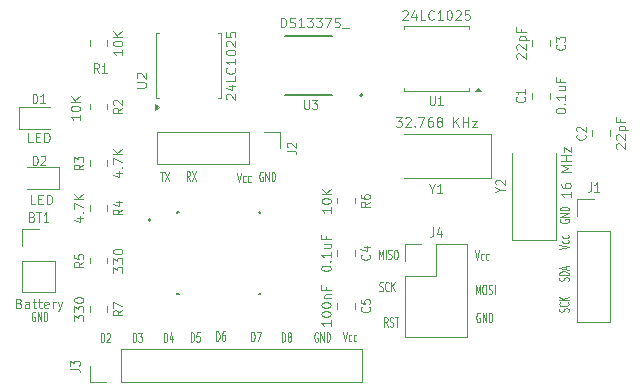
<source format=gto>
%TF.GenerationSoftware,KiCad,Pcbnew,9.0.2*%
%TF.CreationDate,2025-08-31T01:54:14-04:00*%
%TF.ProjectId,MCU_Datalogger,4d43555f-4461-4746-916c-6f676765722e,1*%
%TF.SameCoordinates,Original*%
%TF.FileFunction,Legend,Top*%
%TF.FilePolarity,Positive*%
%FSLAX46Y46*%
G04 Gerber Fmt 4.6, Leading zero omitted, Abs format (unit mm)*
G04 Created by KiCad (PCBNEW 9.0.2) date 2025-08-31 01:54:14*
%MOMM*%
%LPD*%
G01*
G04 APERTURE LIST*
%ADD10C,0.100000*%
%ADD11C,0.120000*%
%ADD12C,0.200000*%
%ADD13C,0.127000*%
G04 APERTURE END LIST*
D10*
X93671741Y-130709990D02*
X93624122Y-130671895D01*
X93624122Y-130671895D02*
X93552693Y-130671895D01*
X93552693Y-130671895D02*
X93481265Y-130709990D01*
X93481265Y-130709990D02*
X93433646Y-130786180D01*
X93433646Y-130786180D02*
X93409836Y-130862371D01*
X93409836Y-130862371D02*
X93386027Y-131014752D01*
X93386027Y-131014752D02*
X93386027Y-131129038D01*
X93386027Y-131129038D02*
X93409836Y-131281419D01*
X93409836Y-131281419D02*
X93433646Y-131357609D01*
X93433646Y-131357609D02*
X93481265Y-131433800D01*
X93481265Y-131433800D02*
X93552693Y-131471895D01*
X93552693Y-131471895D02*
X93600312Y-131471895D01*
X93600312Y-131471895D02*
X93671741Y-131433800D01*
X93671741Y-131433800D02*
X93695550Y-131395704D01*
X93695550Y-131395704D02*
X93695550Y-131129038D01*
X93695550Y-131129038D02*
X93600312Y-131129038D01*
X93909836Y-131471895D02*
X93909836Y-130671895D01*
X93909836Y-130671895D02*
X94195550Y-131471895D01*
X94195550Y-131471895D02*
X94195550Y-130671895D01*
X94433646Y-131471895D02*
X94433646Y-130671895D01*
X94433646Y-130671895D02*
X94552694Y-130671895D01*
X94552694Y-130671895D02*
X94624122Y-130709990D01*
X94624122Y-130709990D02*
X94671741Y-130786180D01*
X94671741Y-130786180D02*
X94695551Y-130862371D01*
X94695551Y-130862371D02*
X94719360Y-131014752D01*
X94719360Y-131014752D02*
X94719360Y-131129038D01*
X94719360Y-131129038D02*
X94695551Y-131281419D01*
X94695551Y-131281419D02*
X94671741Y-131357609D01*
X94671741Y-131357609D02*
X94624122Y-131433800D01*
X94624122Y-131433800D02*
X94552694Y-131471895D01*
X94552694Y-131471895D02*
X94433646Y-131471895D01*
X112946741Y-118884990D02*
X112899122Y-118846895D01*
X112899122Y-118846895D02*
X112827693Y-118846895D01*
X112827693Y-118846895D02*
X112756265Y-118884990D01*
X112756265Y-118884990D02*
X112708646Y-118961180D01*
X112708646Y-118961180D02*
X112684836Y-119037371D01*
X112684836Y-119037371D02*
X112661027Y-119189752D01*
X112661027Y-119189752D02*
X112661027Y-119304038D01*
X112661027Y-119304038D02*
X112684836Y-119456419D01*
X112684836Y-119456419D02*
X112708646Y-119532609D01*
X112708646Y-119532609D02*
X112756265Y-119608800D01*
X112756265Y-119608800D02*
X112827693Y-119646895D01*
X112827693Y-119646895D02*
X112875312Y-119646895D01*
X112875312Y-119646895D02*
X112946741Y-119608800D01*
X112946741Y-119608800D02*
X112970550Y-119570704D01*
X112970550Y-119570704D02*
X112970550Y-119304038D01*
X112970550Y-119304038D02*
X112875312Y-119304038D01*
X113184836Y-119646895D02*
X113184836Y-118846895D01*
X113184836Y-118846895D02*
X113470550Y-119646895D01*
X113470550Y-119646895D02*
X113470550Y-118846895D01*
X113708646Y-119646895D02*
X113708646Y-118846895D01*
X113708646Y-118846895D02*
X113827694Y-118846895D01*
X113827694Y-118846895D02*
X113899122Y-118884990D01*
X113899122Y-118884990D02*
X113946741Y-118961180D01*
X113946741Y-118961180D02*
X113970551Y-119037371D01*
X113970551Y-119037371D02*
X113994360Y-119189752D01*
X113994360Y-119189752D02*
X113994360Y-119304038D01*
X113994360Y-119304038D02*
X113970551Y-119456419D01*
X113970551Y-119456419D02*
X113946741Y-119532609D01*
X113946741Y-119532609D02*
X113899122Y-119608800D01*
X113899122Y-119608800D02*
X113827694Y-119646895D01*
X113827694Y-119646895D02*
X113708646Y-119646895D01*
X110788408Y-118921895D02*
X110955074Y-119721895D01*
X110955074Y-119721895D02*
X111121741Y-118921895D01*
X111502693Y-119683800D02*
X111455074Y-119721895D01*
X111455074Y-119721895D02*
X111359836Y-119721895D01*
X111359836Y-119721895D02*
X111312217Y-119683800D01*
X111312217Y-119683800D02*
X111288407Y-119645704D01*
X111288407Y-119645704D02*
X111264598Y-119569514D01*
X111264598Y-119569514D02*
X111264598Y-119340942D01*
X111264598Y-119340942D02*
X111288407Y-119264752D01*
X111288407Y-119264752D02*
X111312217Y-119226657D01*
X111312217Y-119226657D02*
X111359836Y-119188561D01*
X111359836Y-119188561D02*
X111455074Y-119188561D01*
X111455074Y-119188561D02*
X111502693Y-119226657D01*
X111931264Y-119683800D02*
X111883645Y-119721895D01*
X111883645Y-119721895D02*
X111788407Y-119721895D01*
X111788407Y-119721895D02*
X111740788Y-119683800D01*
X111740788Y-119683800D02*
X111716978Y-119645704D01*
X111716978Y-119645704D02*
X111693169Y-119569514D01*
X111693169Y-119569514D02*
X111693169Y-119340942D01*
X111693169Y-119340942D02*
X111716978Y-119264752D01*
X111716978Y-119264752D02*
X111740788Y-119226657D01*
X111740788Y-119226657D02*
X111788407Y-119188561D01*
X111788407Y-119188561D02*
X111883645Y-119188561D01*
X111883645Y-119188561D02*
X111931264Y-119226657D01*
X106795550Y-119596895D02*
X106628884Y-119215942D01*
X106509836Y-119596895D02*
X106509836Y-118796895D01*
X106509836Y-118796895D02*
X106700312Y-118796895D01*
X106700312Y-118796895D02*
X106747931Y-118834990D01*
X106747931Y-118834990D02*
X106771741Y-118873085D01*
X106771741Y-118873085D02*
X106795550Y-118949276D01*
X106795550Y-118949276D02*
X106795550Y-119063561D01*
X106795550Y-119063561D02*
X106771741Y-119139752D01*
X106771741Y-119139752D02*
X106747931Y-119177847D01*
X106747931Y-119177847D02*
X106700312Y-119215942D01*
X106700312Y-119215942D02*
X106509836Y-119215942D01*
X106962217Y-118796895D02*
X107295550Y-119596895D01*
X107295550Y-118796895D02*
X106962217Y-119596895D01*
X104288408Y-118846895D02*
X104574122Y-118846895D01*
X104431265Y-119646895D02*
X104431265Y-118846895D01*
X104693169Y-118846895D02*
X105026502Y-119646895D01*
X105026502Y-118846895D02*
X104693169Y-119646895D01*
X99259836Y-133271895D02*
X99259836Y-132471895D01*
X99259836Y-132471895D02*
X99378884Y-132471895D01*
X99378884Y-132471895D02*
X99450312Y-132509990D01*
X99450312Y-132509990D02*
X99497931Y-132586180D01*
X99497931Y-132586180D02*
X99521741Y-132662371D01*
X99521741Y-132662371D02*
X99545550Y-132814752D01*
X99545550Y-132814752D02*
X99545550Y-132929038D01*
X99545550Y-132929038D02*
X99521741Y-133081419D01*
X99521741Y-133081419D02*
X99497931Y-133157609D01*
X99497931Y-133157609D02*
X99450312Y-133233800D01*
X99450312Y-133233800D02*
X99378884Y-133271895D01*
X99378884Y-133271895D02*
X99259836Y-133271895D01*
X99736027Y-132548085D02*
X99759836Y-132509990D01*
X99759836Y-132509990D02*
X99807455Y-132471895D01*
X99807455Y-132471895D02*
X99926503Y-132471895D01*
X99926503Y-132471895D02*
X99974122Y-132509990D01*
X99974122Y-132509990D02*
X99997931Y-132548085D01*
X99997931Y-132548085D02*
X100021741Y-132624276D01*
X100021741Y-132624276D02*
X100021741Y-132700466D01*
X100021741Y-132700466D02*
X99997931Y-132814752D01*
X99997931Y-132814752D02*
X99712217Y-133271895D01*
X99712217Y-133271895D02*
X100021741Y-133271895D01*
X101959836Y-133271895D02*
X101959836Y-132471895D01*
X101959836Y-132471895D02*
X102078884Y-132471895D01*
X102078884Y-132471895D02*
X102150312Y-132509990D01*
X102150312Y-132509990D02*
X102197931Y-132586180D01*
X102197931Y-132586180D02*
X102221741Y-132662371D01*
X102221741Y-132662371D02*
X102245550Y-132814752D01*
X102245550Y-132814752D02*
X102245550Y-132929038D01*
X102245550Y-132929038D02*
X102221741Y-133081419D01*
X102221741Y-133081419D02*
X102197931Y-133157609D01*
X102197931Y-133157609D02*
X102150312Y-133233800D01*
X102150312Y-133233800D02*
X102078884Y-133271895D01*
X102078884Y-133271895D02*
X101959836Y-133271895D01*
X102412217Y-132471895D02*
X102721741Y-132471895D01*
X102721741Y-132471895D02*
X102555074Y-132776657D01*
X102555074Y-132776657D02*
X102626503Y-132776657D01*
X102626503Y-132776657D02*
X102674122Y-132814752D01*
X102674122Y-132814752D02*
X102697931Y-132852847D01*
X102697931Y-132852847D02*
X102721741Y-132929038D01*
X102721741Y-132929038D02*
X102721741Y-133119514D01*
X102721741Y-133119514D02*
X102697931Y-133195704D01*
X102697931Y-133195704D02*
X102674122Y-133233800D01*
X102674122Y-133233800D02*
X102626503Y-133271895D01*
X102626503Y-133271895D02*
X102483646Y-133271895D01*
X102483646Y-133271895D02*
X102436027Y-133233800D01*
X102436027Y-133233800D02*
X102412217Y-133195704D01*
X104584836Y-133271895D02*
X104584836Y-132471895D01*
X104584836Y-132471895D02*
X104703884Y-132471895D01*
X104703884Y-132471895D02*
X104775312Y-132509990D01*
X104775312Y-132509990D02*
X104822931Y-132586180D01*
X104822931Y-132586180D02*
X104846741Y-132662371D01*
X104846741Y-132662371D02*
X104870550Y-132814752D01*
X104870550Y-132814752D02*
X104870550Y-132929038D01*
X104870550Y-132929038D02*
X104846741Y-133081419D01*
X104846741Y-133081419D02*
X104822931Y-133157609D01*
X104822931Y-133157609D02*
X104775312Y-133233800D01*
X104775312Y-133233800D02*
X104703884Y-133271895D01*
X104703884Y-133271895D02*
X104584836Y-133271895D01*
X105299122Y-132738561D02*
X105299122Y-133271895D01*
X105180074Y-132433800D02*
X105061027Y-133005228D01*
X105061027Y-133005228D02*
X105370550Y-133005228D01*
X122784836Y-126221895D02*
X122784836Y-125421895D01*
X122784836Y-125421895D02*
X122951503Y-125993323D01*
X122951503Y-125993323D02*
X123118169Y-125421895D01*
X123118169Y-125421895D02*
X123118169Y-126221895D01*
X123356265Y-126221895D02*
X123356265Y-125421895D01*
X123570551Y-126183800D02*
X123641979Y-126221895D01*
X123641979Y-126221895D02*
X123761027Y-126221895D01*
X123761027Y-126221895D02*
X123808646Y-126183800D01*
X123808646Y-126183800D02*
X123832455Y-126145704D01*
X123832455Y-126145704D02*
X123856265Y-126069514D01*
X123856265Y-126069514D02*
X123856265Y-125993323D01*
X123856265Y-125993323D02*
X123832455Y-125917133D01*
X123832455Y-125917133D02*
X123808646Y-125879038D01*
X123808646Y-125879038D02*
X123761027Y-125840942D01*
X123761027Y-125840942D02*
X123665789Y-125802847D01*
X123665789Y-125802847D02*
X123618170Y-125764752D01*
X123618170Y-125764752D02*
X123594360Y-125726657D01*
X123594360Y-125726657D02*
X123570551Y-125650466D01*
X123570551Y-125650466D02*
X123570551Y-125574276D01*
X123570551Y-125574276D02*
X123594360Y-125498085D01*
X123594360Y-125498085D02*
X123618170Y-125459990D01*
X123618170Y-125459990D02*
X123665789Y-125421895D01*
X123665789Y-125421895D02*
X123784836Y-125421895D01*
X123784836Y-125421895D02*
X123856265Y-125459990D01*
X124165788Y-125421895D02*
X124261026Y-125421895D01*
X124261026Y-125421895D02*
X124308645Y-125459990D01*
X124308645Y-125459990D02*
X124356264Y-125536180D01*
X124356264Y-125536180D02*
X124380074Y-125688561D01*
X124380074Y-125688561D02*
X124380074Y-125955228D01*
X124380074Y-125955228D02*
X124356264Y-126107609D01*
X124356264Y-126107609D02*
X124308645Y-126183800D01*
X124308645Y-126183800D02*
X124261026Y-126221895D01*
X124261026Y-126221895D02*
X124165788Y-126221895D01*
X124165788Y-126221895D02*
X124118169Y-126183800D01*
X124118169Y-126183800D02*
X124070550Y-126107609D01*
X124070550Y-126107609D02*
X124046741Y-125955228D01*
X124046741Y-125955228D02*
X124046741Y-125688561D01*
X124046741Y-125688561D02*
X124070550Y-125536180D01*
X124070550Y-125536180D02*
X124118169Y-125459990D01*
X124118169Y-125459990D02*
X124165788Y-125421895D01*
X122836027Y-128933800D02*
X122907455Y-128971895D01*
X122907455Y-128971895D02*
X123026503Y-128971895D01*
X123026503Y-128971895D02*
X123074122Y-128933800D01*
X123074122Y-128933800D02*
X123097931Y-128895704D01*
X123097931Y-128895704D02*
X123121741Y-128819514D01*
X123121741Y-128819514D02*
X123121741Y-128743323D01*
X123121741Y-128743323D02*
X123097931Y-128667133D01*
X123097931Y-128667133D02*
X123074122Y-128629038D01*
X123074122Y-128629038D02*
X123026503Y-128590942D01*
X123026503Y-128590942D02*
X122931265Y-128552847D01*
X122931265Y-128552847D02*
X122883646Y-128514752D01*
X122883646Y-128514752D02*
X122859836Y-128476657D01*
X122859836Y-128476657D02*
X122836027Y-128400466D01*
X122836027Y-128400466D02*
X122836027Y-128324276D01*
X122836027Y-128324276D02*
X122859836Y-128248085D01*
X122859836Y-128248085D02*
X122883646Y-128209990D01*
X122883646Y-128209990D02*
X122931265Y-128171895D01*
X122931265Y-128171895D02*
X123050312Y-128171895D01*
X123050312Y-128171895D02*
X123121741Y-128209990D01*
X123621740Y-128895704D02*
X123597931Y-128933800D01*
X123597931Y-128933800D02*
X123526502Y-128971895D01*
X123526502Y-128971895D02*
X123478883Y-128971895D01*
X123478883Y-128971895D02*
X123407455Y-128933800D01*
X123407455Y-128933800D02*
X123359836Y-128857609D01*
X123359836Y-128857609D02*
X123336026Y-128781419D01*
X123336026Y-128781419D02*
X123312217Y-128629038D01*
X123312217Y-128629038D02*
X123312217Y-128514752D01*
X123312217Y-128514752D02*
X123336026Y-128362371D01*
X123336026Y-128362371D02*
X123359836Y-128286180D01*
X123359836Y-128286180D02*
X123407455Y-128209990D01*
X123407455Y-128209990D02*
X123478883Y-128171895D01*
X123478883Y-128171895D02*
X123526502Y-128171895D01*
X123526502Y-128171895D02*
X123597931Y-128209990D01*
X123597931Y-128209990D02*
X123621740Y-128248085D01*
X123836026Y-128971895D02*
X123836026Y-128171895D01*
X124121740Y-128971895D02*
X123907455Y-128514752D01*
X124121740Y-128171895D02*
X123836026Y-128629038D01*
X123520550Y-131946895D02*
X123353884Y-131565942D01*
X123234836Y-131946895D02*
X123234836Y-131146895D01*
X123234836Y-131146895D02*
X123425312Y-131146895D01*
X123425312Y-131146895D02*
X123472931Y-131184990D01*
X123472931Y-131184990D02*
X123496741Y-131223085D01*
X123496741Y-131223085D02*
X123520550Y-131299276D01*
X123520550Y-131299276D02*
X123520550Y-131413561D01*
X123520550Y-131413561D02*
X123496741Y-131489752D01*
X123496741Y-131489752D02*
X123472931Y-131527847D01*
X123472931Y-131527847D02*
X123425312Y-131565942D01*
X123425312Y-131565942D02*
X123234836Y-131565942D01*
X123711027Y-131908800D02*
X123782455Y-131946895D01*
X123782455Y-131946895D02*
X123901503Y-131946895D01*
X123901503Y-131946895D02*
X123949122Y-131908800D01*
X123949122Y-131908800D02*
X123972931Y-131870704D01*
X123972931Y-131870704D02*
X123996741Y-131794514D01*
X123996741Y-131794514D02*
X123996741Y-131718323D01*
X123996741Y-131718323D02*
X123972931Y-131642133D01*
X123972931Y-131642133D02*
X123949122Y-131604038D01*
X123949122Y-131604038D02*
X123901503Y-131565942D01*
X123901503Y-131565942D02*
X123806265Y-131527847D01*
X123806265Y-131527847D02*
X123758646Y-131489752D01*
X123758646Y-131489752D02*
X123734836Y-131451657D01*
X123734836Y-131451657D02*
X123711027Y-131375466D01*
X123711027Y-131375466D02*
X123711027Y-131299276D01*
X123711027Y-131299276D02*
X123734836Y-131223085D01*
X123734836Y-131223085D02*
X123758646Y-131184990D01*
X123758646Y-131184990D02*
X123806265Y-131146895D01*
X123806265Y-131146895D02*
X123925312Y-131146895D01*
X123925312Y-131146895D02*
X123996741Y-131184990D01*
X124139598Y-131146895D02*
X124425312Y-131146895D01*
X124282455Y-131946895D02*
X124282455Y-131146895D01*
X131321741Y-130809990D02*
X131274122Y-130771895D01*
X131274122Y-130771895D02*
X131202693Y-130771895D01*
X131202693Y-130771895D02*
X131131265Y-130809990D01*
X131131265Y-130809990D02*
X131083646Y-130886180D01*
X131083646Y-130886180D02*
X131059836Y-130962371D01*
X131059836Y-130962371D02*
X131036027Y-131114752D01*
X131036027Y-131114752D02*
X131036027Y-131229038D01*
X131036027Y-131229038D02*
X131059836Y-131381419D01*
X131059836Y-131381419D02*
X131083646Y-131457609D01*
X131083646Y-131457609D02*
X131131265Y-131533800D01*
X131131265Y-131533800D02*
X131202693Y-131571895D01*
X131202693Y-131571895D02*
X131250312Y-131571895D01*
X131250312Y-131571895D02*
X131321741Y-131533800D01*
X131321741Y-131533800D02*
X131345550Y-131495704D01*
X131345550Y-131495704D02*
X131345550Y-131229038D01*
X131345550Y-131229038D02*
X131250312Y-131229038D01*
X131559836Y-131571895D02*
X131559836Y-130771895D01*
X131559836Y-130771895D02*
X131845550Y-131571895D01*
X131845550Y-131571895D02*
X131845550Y-130771895D01*
X132083646Y-131571895D02*
X132083646Y-130771895D01*
X132083646Y-130771895D02*
X132202694Y-130771895D01*
X132202694Y-130771895D02*
X132274122Y-130809990D01*
X132274122Y-130809990D02*
X132321741Y-130886180D01*
X132321741Y-130886180D02*
X132345551Y-130962371D01*
X132345551Y-130962371D02*
X132369360Y-131114752D01*
X132369360Y-131114752D02*
X132369360Y-131229038D01*
X132369360Y-131229038D02*
X132345551Y-131381419D01*
X132345551Y-131381419D02*
X132321741Y-131457609D01*
X132321741Y-131457609D02*
X132274122Y-131533800D01*
X132274122Y-131533800D02*
X132202694Y-131571895D01*
X132202694Y-131571895D02*
X132083646Y-131571895D01*
X131009836Y-129221895D02*
X131009836Y-128421895D01*
X131009836Y-128421895D02*
X131176503Y-128993323D01*
X131176503Y-128993323D02*
X131343169Y-128421895D01*
X131343169Y-128421895D02*
X131343169Y-129221895D01*
X131676503Y-128421895D02*
X131771741Y-128421895D01*
X131771741Y-128421895D02*
X131819360Y-128459990D01*
X131819360Y-128459990D02*
X131866979Y-128536180D01*
X131866979Y-128536180D02*
X131890789Y-128688561D01*
X131890789Y-128688561D02*
X131890789Y-128955228D01*
X131890789Y-128955228D02*
X131866979Y-129107609D01*
X131866979Y-129107609D02*
X131819360Y-129183800D01*
X131819360Y-129183800D02*
X131771741Y-129221895D01*
X131771741Y-129221895D02*
X131676503Y-129221895D01*
X131676503Y-129221895D02*
X131628884Y-129183800D01*
X131628884Y-129183800D02*
X131581265Y-129107609D01*
X131581265Y-129107609D02*
X131557456Y-128955228D01*
X131557456Y-128955228D02*
X131557456Y-128688561D01*
X131557456Y-128688561D02*
X131581265Y-128536180D01*
X131581265Y-128536180D02*
X131628884Y-128459990D01*
X131628884Y-128459990D02*
X131676503Y-128421895D01*
X132081266Y-129183800D02*
X132152694Y-129221895D01*
X132152694Y-129221895D02*
X132271742Y-129221895D01*
X132271742Y-129221895D02*
X132319361Y-129183800D01*
X132319361Y-129183800D02*
X132343170Y-129145704D01*
X132343170Y-129145704D02*
X132366980Y-129069514D01*
X132366980Y-129069514D02*
X132366980Y-128993323D01*
X132366980Y-128993323D02*
X132343170Y-128917133D01*
X132343170Y-128917133D02*
X132319361Y-128879038D01*
X132319361Y-128879038D02*
X132271742Y-128840942D01*
X132271742Y-128840942D02*
X132176504Y-128802847D01*
X132176504Y-128802847D02*
X132128885Y-128764752D01*
X132128885Y-128764752D02*
X132105075Y-128726657D01*
X132105075Y-128726657D02*
X132081266Y-128650466D01*
X132081266Y-128650466D02*
X132081266Y-128574276D01*
X132081266Y-128574276D02*
X132105075Y-128498085D01*
X132105075Y-128498085D02*
X132128885Y-128459990D01*
X132128885Y-128459990D02*
X132176504Y-128421895D01*
X132176504Y-128421895D02*
X132295551Y-128421895D01*
X132295551Y-128421895D02*
X132366980Y-128459990D01*
X132581265Y-129221895D02*
X132581265Y-128421895D01*
X130938408Y-125496895D02*
X131105074Y-126296895D01*
X131105074Y-126296895D02*
X131271741Y-125496895D01*
X131652693Y-126258800D02*
X131605074Y-126296895D01*
X131605074Y-126296895D02*
X131509836Y-126296895D01*
X131509836Y-126296895D02*
X131462217Y-126258800D01*
X131462217Y-126258800D02*
X131438407Y-126220704D01*
X131438407Y-126220704D02*
X131414598Y-126144514D01*
X131414598Y-126144514D02*
X131414598Y-125915942D01*
X131414598Y-125915942D02*
X131438407Y-125839752D01*
X131438407Y-125839752D02*
X131462217Y-125801657D01*
X131462217Y-125801657D02*
X131509836Y-125763561D01*
X131509836Y-125763561D02*
X131605074Y-125763561D01*
X131605074Y-125763561D02*
X131652693Y-125801657D01*
X132081264Y-126258800D02*
X132033645Y-126296895D01*
X132033645Y-126296895D02*
X131938407Y-126296895D01*
X131938407Y-126296895D02*
X131890788Y-126258800D01*
X131890788Y-126258800D02*
X131866978Y-126220704D01*
X131866978Y-126220704D02*
X131843169Y-126144514D01*
X131843169Y-126144514D02*
X131843169Y-125915942D01*
X131843169Y-125915942D02*
X131866978Y-125839752D01*
X131866978Y-125839752D02*
X131890788Y-125801657D01*
X131890788Y-125801657D02*
X131938407Y-125763561D01*
X131938407Y-125763561D02*
X132033645Y-125763561D01*
X132033645Y-125763561D02*
X132081264Y-125801657D01*
X138159990Y-122878258D02*
X138121895Y-122925877D01*
X138121895Y-122925877D02*
X138121895Y-122997306D01*
X138121895Y-122997306D02*
X138159990Y-123068734D01*
X138159990Y-123068734D02*
X138236180Y-123116353D01*
X138236180Y-123116353D02*
X138312371Y-123140163D01*
X138312371Y-123140163D02*
X138464752Y-123163972D01*
X138464752Y-123163972D02*
X138579038Y-123163972D01*
X138579038Y-123163972D02*
X138731419Y-123140163D01*
X138731419Y-123140163D02*
X138807609Y-123116353D01*
X138807609Y-123116353D02*
X138883800Y-123068734D01*
X138883800Y-123068734D02*
X138921895Y-122997306D01*
X138921895Y-122997306D02*
X138921895Y-122949687D01*
X138921895Y-122949687D02*
X138883800Y-122878258D01*
X138883800Y-122878258D02*
X138845704Y-122854449D01*
X138845704Y-122854449D02*
X138579038Y-122854449D01*
X138579038Y-122854449D02*
X138579038Y-122949687D01*
X138921895Y-122640163D02*
X138121895Y-122640163D01*
X138121895Y-122640163D02*
X138921895Y-122354449D01*
X138921895Y-122354449D02*
X138121895Y-122354449D01*
X138921895Y-122116353D02*
X138121895Y-122116353D01*
X138121895Y-122116353D02*
X138121895Y-121997305D01*
X138121895Y-121997305D02*
X138159990Y-121925877D01*
X138159990Y-121925877D02*
X138236180Y-121878258D01*
X138236180Y-121878258D02*
X138312371Y-121854448D01*
X138312371Y-121854448D02*
X138464752Y-121830639D01*
X138464752Y-121830639D02*
X138579038Y-121830639D01*
X138579038Y-121830639D02*
X138731419Y-121854448D01*
X138731419Y-121854448D02*
X138807609Y-121878258D01*
X138807609Y-121878258D02*
X138883800Y-121925877D01*
X138883800Y-121925877D02*
X138921895Y-121997305D01*
X138921895Y-121997305D02*
X138921895Y-122116353D01*
X138808800Y-130688972D02*
X138846895Y-130617544D01*
X138846895Y-130617544D02*
X138846895Y-130498496D01*
X138846895Y-130498496D02*
X138808800Y-130450877D01*
X138808800Y-130450877D02*
X138770704Y-130427068D01*
X138770704Y-130427068D02*
X138694514Y-130403258D01*
X138694514Y-130403258D02*
X138618323Y-130403258D01*
X138618323Y-130403258D02*
X138542133Y-130427068D01*
X138542133Y-130427068D02*
X138504038Y-130450877D01*
X138504038Y-130450877D02*
X138465942Y-130498496D01*
X138465942Y-130498496D02*
X138427847Y-130593734D01*
X138427847Y-130593734D02*
X138389752Y-130641353D01*
X138389752Y-130641353D02*
X138351657Y-130665163D01*
X138351657Y-130665163D02*
X138275466Y-130688972D01*
X138275466Y-130688972D02*
X138199276Y-130688972D01*
X138199276Y-130688972D02*
X138123085Y-130665163D01*
X138123085Y-130665163D02*
X138084990Y-130641353D01*
X138084990Y-130641353D02*
X138046895Y-130593734D01*
X138046895Y-130593734D02*
X138046895Y-130474687D01*
X138046895Y-130474687D02*
X138084990Y-130403258D01*
X138770704Y-129903259D02*
X138808800Y-129927068D01*
X138808800Y-129927068D02*
X138846895Y-129998497D01*
X138846895Y-129998497D02*
X138846895Y-130046116D01*
X138846895Y-130046116D02*
X138808800Y-130117544D01*
X138808800Y-130117544D02*
X138732609Y-130165163D01*
X138732609Y-130165163D02*
X138656419Y-130188973D01*
X138656419Y-130188973D02*
X138504038Y-130212782D01*
X138504038Y-130212782D02*
X138389752Y-130212782D01*
X138389752Y-130212782D02*
X138237371Y-130188973D01*
X138237371Y-130188973D02*
X138161180Y-130165163D01*
X138161180Y-130165163D02*
X138084990Y-130117544D01*
X138084990Y-130117544D02*
X138046895Y-130046116D01*
X138046895Y-130046116D02*
X138046895Y-129998497D01*
X138046895Y-129998497D02*
X138084990Y-129927068D01*
X138084990Y-129927068D02*
X138123085Y-129903259D01*
X138846895Y-129688973D02*
X138046895Y-129688973D01*
X138846895Y-129403259D02*
X138389752Y-129617544D01*
X138046895Y-129403259D02*
X138504038Y-129688973D01*
X138808800Y-128063972D02*
X138846895Y-127992544D01*
X138846895Y-127992544D02*
X138846895Y-127873496D01*
X138846895Y-127873496D02*
X138808800Y-127825877D01*
X138808800Y-127825877D02*
X138770704Y-127802068D01*
X138770704Y-127802068D02*
X138694514Y-127778258D01*
X138694514Y-127778258D02*
X138618323Y-127778258D01*
X138618323Y-127778258D02*
X138542133Y-127802068D01*
X138542133Y-127802068D02*
X138504038Y-127825877D01*
X138504038Y-127825877D02*
X138465942Y-127873496D01*
X138465942Y-127873496D02*
X138427847Y-127968734D01*
X138427847Y-127968734D02*
X138389752Y-128016353D01*
X138389752Y-128016353D02*
X138351657Y-128040163D01*
X138351657Y-128040163D02*
X138275466Y-128063972D01*
X138275466Y-128063972D02*
X138199276Y-128063972D01*
X138199276Y-128063972D02*
X138123085Y-128040163D01*
X138123085Y-128040163D02*
X138084990Y-128016353D01*
X138084990Y-128016353D02*
X138046895Y-127968734D01*
X138046895Y-127968734D02*
X138046895Y-127849687D01*
X138046895Y-127849687D02*
X138084990Y-127778258D01*
X138846895Y-127563973D02*
X138046895Y-127563973D01*
X138046895Y-127563973D02*
X138046895Y-127444925D01*
X138046895Y-127444925D02*
X138084990Y-127373497D01*
X138084990Y-127373497D02*
X138161180Y-127325878D01*
X138161180Y-127325878D02*
X138237371Y-127302068D01*
X138237371Y-127302068D02*
X138389752Y-127278259D01*
X138389752Y-127278259D02*
X138504038Y-127278259D01*
X138504038Y-127278259D02*
X138656419Y-127302068D01*
X138656419Y-127302068D02*
X138732609Y-127325878D01*
X138732609Y-127325878D02*
X138808800Y-127373497D01*
X138808800Y-127373497D02*
X138846895Y-127444925D01*
X138846895Y-127444925D02*
X138846895Y-127563973D01*
X138618323Y-127087782D02*
X138618323Y-126849687D01*
X138846895Y-127135401D02*
X138046895Y-126968735D01*
X138046895Y-126968735D02*
X138846895Y-126802068D01*
X138046895Y-125336591D02*
X138846895Y-125169925D01*
X138846895Y-125169925D02*
X138046895Y-125003258D01*
X138808800Y-124622306D02*
X138846895Y-124669925D01*
X138846895Y-124669925D02*
X138846895Y-124765163D01*
X138846895Y-124765163D02*
X138808800Y-124812782D01*
X138808800Y-124812782D02*
X138770704Y-124836592D01*
X138770704Y-124836592D02*
X138694514Y-124860401D01*
X138694514Y-124860401D02*
X138465942Y-124860401D01*
X138465942Y-124860401D02*
X138389752Y-124836592D01*
X138389752Y-124836592D02*
X138351657Y-124812782D01*
X138351657Y-124812782D02*
X138313561Y-124765163D01*
X138313561Y-124765163D02*
X138313561Y-124669925D01*
X138313561Y-124669925D02*
X138351657Y-124622306D01*
X138808800Y-124193735D02*
X138846895Y-124241354D01*
X138846895Y-124241354D02*
X138846895Y-124336592D01*
X138846895Y-124336592D02*
X138808800Y-124384211D01*
X138808800Y-124384211D02*
X138770704Y-124408021D01*
X138770704Y-124408021D02*
X138694514Y-124431830D01*
X138694514Y-124431830D02*
X138465942Y-124431830D01*
X138465942Y-124431830D02*
X138389752Y-124408021D01*
X138389752Y-124408021D02*
X138351657Y-124384211D01*
X138351657Y-124384211D02*
X138313561Y-124336592D01*
X138313561Y-124336592D02*
X138313561Y-124241354D01*
X138313561Y-124241354D02*
X138351657Y-124193735D01*
X119738408Y-132396895D02*
X119905074Y-133196895D01*
X119905074Y-133196895D02*
X120071741Y-132396895D01*
X120452693Y-133158800D02*
X120405074Y-133196895D01*
X120405074Y-133196895D02*
X120309836Y-133196895D01*
X120309836Y-133196895D02*
X120262217Y-133158800D01*
X120262217Y-133158800D02*
X120238407Y-133120704D01*
X120238407Y-133120704D02*
X120214598Y-133044514D01*
X120214598Y-133044514D02*
X120214598Y-132815942D01*
X120214598Y-132815942D02*
X120238407Y-132739752D01*
X120238407Y-132739752D02*
X120262217Y-132701657D01*
X120262217Y-132701657D02*
X120309836Y-132663561D01*
X120309836Y-132663561D02*
X120405074Y-132663561D01*
X120405074Y-132663561D02*
X120452693Y-132701657D01*
X120881264Y-133158800D02*
X120833645Y-133196895D01*
X120833645Y-133196895D02*
X120738407Y-133196895D01*
X120738407Y-133196895D02*
X120690788Y-133158800D01*
X120690788Y-133158800D02*
X120666978Y-133120704D01*
X120666978Y-133120704D02*
X120643169Y-133044514D01*
X120643169Y-133044514D02*
X120643169Y-132815942D01*
X120643169Y-132815942D02*
X120666978Y-132739752D01*
X120666978Y-132739752D02*
X120690788Y-132701657D01*
X120690788Y-132701657D02*
X120738407Y-132663561D01*
X120738407Y-132663561D02*
X120833645Y-132663561D01*
X120833645Y-132663561D02*
X120881264Y-132701657D01*
X117596741Y-132459990D02*
X117549122Y-132421895D01*
X117549122Y-132421895D02*
X117477693Y-132421895D01*
X117477693Y-132421895D02*
X117406265Y-132459990D01*
X117406265Y-132459990D02*
X117358646Y-132536180D01*
X117358646Y-132536180D02*
X117334836Y-132612371D01*
X117334836Y-132612371D02*
X117311027Y-132764752D01*
X117311027Y-132764752D02*
X117311027Y-132879038D01*
X117311027Y-132879038D02*
X117334836Y-133031419D01*
X117334836Y-133031419D02*
X117358646Y-133107609D01*
X117358646Y-133107609D02*
X117406265Y-133183800D01*
X117406265Y-133183800D02*
X117477693Y-133221895D01*
X117477693Y-133221895D02*
X117525312Y-133221895D01*
X117525312Y-133221895D02*
X117596741Y-133183800D01*
X117596741Y-133183800D02*
X117620550Y-133145704D01*
X117620550Y-133145704D02*
X117620550Y-132879038D01*
X117620550Y-132879038D02*
X117525312Y-132879038D01*
X117834836Y-133221895D02*
X117834836Y-132421895D01*
X117834836Y-132421895D02*
X118120550Y-133221895D01*
X118120550Y-133221895D02*
X118120550Y-132421895D01*
X118358646Y-133221895D02*
X118358646Y-132421895D01*
X118358646Y-132421895D02*
X118477694Y-132421895D01*
X118477694Y-132421895D02*
X118549122Y-132459990D01*
X118549122Y-132459990D02*
X118596741Y-132536180D01*
X118596741Y-132536180D02*
X118620551Y-132612371D01*
X118620551Y-132612371D02*
X118644360Y-132764752D01*
X118644360Y-132764752D02*
X118644360Y-132879038D01*
X118644360Y-132879038D02*
X118620551Y-133031419D01*
X118620551Y-133031419D02*
X118596741Y-133107609D01*
X118596741Y-133107609D02*
X118549122Y-133183800D01*
X118549122Y-133183800D02*
X118477694Y-133221895D01*
X118477694Y-133221895D02*
X118358646Y-133221895D01*
X114584836Y-133246895D02*
X114584836Y-132446895D01*
X114584836Y-132446895D02*
X114703884Y-132446895D01*
X114703884Y-132446895D02*
X114775312Y-132484990D01*
X114775312Y-132484990D02*
X114822931Y-132561180D01*
X114822931Y-132561180D02*
X114846741Y-132637371D01*
X114846741Y-132637371D02*
X114870550Y-132789752D01*
X114870550Y-132789752D02*
X114870550Y-132904038D01*
X114870550Y-132904038D02*
X114846741Y-133056419D01*
X114846741Y-133056419D02*
X114822931Y-133132609D01*
X114822931Y-133132609D02*
X114775312Y-133208800D01*
X114775312Y-133208800D02*
X114703884Y-133246895D01*
X114703884Y-133246895D02*
X114584836Y-133246895D01*
X115156265Y-132789752D02*
X115108646Y-132751657D01*
X115108646Y-132751657D02*
X115084836Y-132713561D01*
X115084836Y-132713561D02*
X115061027Y-132637371D01*
X115061027Y-132637371D02*
X115061027Y-132599276D01*
X115061027Y-132599276D02*
X115084836Y-132523085D01*
X115084836Y-132523085D02*
X115108646Y-132484990D01*
X115108646Y-132484990D02*
X115156265Y-132446895D01*
X115156265Y-132446895D02*
X115251503Y-132446895D01*
X115251503Y-132446895D02*
X115299122Y-132484990D01*
X115299122Y-132484990D02*
X115322931Y-132523085D01*
X115322931Y-132523085D02*
X115346741Y-132599276D01*
X115346741Y-132599276D02*
X115346741Y-132637371D01*
X115346741Y-132637371D02*
X115322931Y-132713561D01*
X115322931Y-132713561D02*
X115299122Y-132751657D01*
X115299122Y-132751657D02*
X115251503Y-132789752D01*
X115251503Y-132789752D02*
X115156265Y-132789752D01*
X115156265Y-132789752D02*
X115108646Y-132827847D01*
X115108646Y-132827847D02*
X115084836Y-132865942D01*
X115084836Y-132865942D02*
X115061027Y-132942133D01*
X115061027Y-132942133D02*
X115061027Y-133094514D01*
X115061027Y-133094514D02*
X115084836Y-133170704D01*
X115084836Y-133170704D02*
X115108646Y-133208800D01*
X115108646Y-133208800D02*
X115156265Y-133246895D01*
X115156265Y-133246895D02*
X115251503Y-133246895D01*
X115251503Y-133246895D02*
X115299122Y-133208800D01*
X115299122Y-133208800D02*
X115322931Y-133170704D01*
X115322931Y-133170704D02*
X115346741Y-133094514D01*
X115346741Y-133094514D02*
X115346741Y-132942133D01*
X115346741Y-132942133D02*
X115322931Y-132865942D01*
X115322931Y-132865942D02*
X115299122Y-132827847D01*
X115299122Y-132827847D02*
X115251503Y-132789752D01*
X111984836Y-133171895D02*
X111984836Y-132371895D01*
X111984836Y-132371895D02*
X112103884Y-132371895D01*
X112103884Y-132371895D02*
X112175312Y-132409990D01*
X112175312Y-132409990D02*
X112222931Y-132486180D01*
X112222931Y-132486180D02*
X112246741Y-132562371D01*
X112246741Y-132562371D02*
X112270550Y-132714752D01*
X112270550Y-132714752D02*
X112270550Y-132829038D01*
X112270550Y-132829038D02*
X112246741Y-132981419D01*
X112246741Y-132981419D02*
X112222931Y-133057609D01*
X112222931Y-133057609D02*
X112175312Y-133133800D01*
X112175312Y-133133800D02*
X112103884Y-133171895D01*
X112103884Y-133171895D02*
X111984836Y-133171895D01*
X112437217Y-132371895D02*
X112770550Y-132371895D01*
X112770550Y-132371895D02*
X112556265Y-133171895D01*
X109009836Y-133146895D02*
X109009836Y-132346895D01*
X109009836Y-132346895D02*
X109128884Y-132346895D01*
X109128884Y-132346895D02*
X109200312Y-132384990D01*
X109200312Y-132384990D02*
X109247931Y-132461180D01*
X109247931Y-132461180D02*
X109271741Y-132537371D01*
X109271741Y-132537371D02*
X109295550Y-132689752D01*
X109295550Y-132689752D02*
X109295550Y-132804038D01*
X109295550Y-132804038D02*
X109271741Y-132956419D01*
X109271741Y-132956419D02*
X109247931Y-133032609D01*
X109247931Y-133032609D02*
X109200312Y-133108800D01*
X109200312Y-133108800D02*
X109128884Y-133146895D01*
X109128884Y-133146895D02*
X109009836Y-133146895D01*
X109724122Y-132346895D02*
X109628884Y-132346895D01*
X109628884Y-132346895D02*
X109581265Y-132384990D01*
X109581265Y-132384990D02*
X109557455Y-132423085D01*
X109557455Y-132423085D02*
X109509836Y-132537371D01*
X109509836Y-132537371D02*
X109486027Y-132689752D01*
X109486027Y-132689752D02*
X109486027Y-132994514D01*
X109486027Y-132994514D02*
X109509836Y-133070704D01*
X109509836Y-133070704D02*
X109533646Y-133108800D01*
X109533646Y-133108800D02*
X109581265Y-133146895D01*
X109581265Y-133146895D02*
X109676503Y-133146895D01*
X109676503Y-133146895D02*
X109724122Y-133108800D01*
X109724122Y-133108800D02*
X109747931Y-133070704D01*
X109747931Y-133070704D02*
X109771741Y-132994514D01*
X109771741Y-132994514D02*
X109771741Y-132804038D01*
X109771741Y-132804038D02*
X109747931Y-132727847D01*
X109747931Y-132727847D02*
X109724122Y-132689752D01*
X109724122Y-132689752D02*
X109676503Y-132651657D01*
X109676503Y-132651657D02*
X109581265Y-132651657D01*
X109581265Y-132651657D02*
X109533646Y-132689752D01*
X109533646Y-132689752D02*
X109509836Y-132727847D01*
X109509836Y-132727847D02*
X109486027Y-132804038D01*
X106859836Y-133221895D02*
X106859836Y-132421895D01*
X106859836Y-132421895D02*
X106978884Y-132421895D01*
X106978884Y-132421895D02*
X107050312Y-132459990D01*
X107050312Y-132459990D02*
X107097931Y-132536180D01*
X107097931Y-132536180D02*
X107121741Y-132612371D01*
X107121741Y-132612371D02*
X107145550Y-132764752D01*
X107145550Y-132764752D02*
X107145550Y-132879038D01*
X107145550Y-132879038D02*
X107121741Y-133031419D01*
X107121741Y-133031419D02*
X107097931Y-133107609D01*
X107097931Y-133107609D02*
X107050312Y-133183800D01*
X107050312Y-133183800D02*
X106978884Y-133221895D01*
X106978884Y-133221895D02*
X106859836Y-133221895D01*
X107597931Y-132421895D02*
X107359836Y-132421895D01*
X107359836Y-132421895D02*
X107336027Y-132802847D01*
X107336027Y-132802847D02*
X107359836Y-132764752D01*
X107359836Y-132764752D02*
X107407455Y-132726657D01*
X107407455Y-132726657D02*
X107526503Y-132726657D01*
X107526503Y-132726657D02*
X107574122Y-132764752D01*
X107574122Y-132764752D02*
X107597931Y-132802847D01*
X107597931Y-132802847D02*
X107621741Y-132879038D01*
X107621741Y-132879038D02*
X107621741Y-133069514D01*
X107621741Y-133069514D02*
X107597931Y-133145704D01*
X107597931Y-133145704D02*
X107574122Y-133183800D01*
X107574122Y-133183800D02*
X107526503Y-133221895D01*
X107526503Y-133221895D02*
X107407455Y-133221895D01*
X107407455Y-133221895D02*
X107359836Y-133183800D01*
X107359836Y-133183800D02*
X107336027Y-133145704D01*
X114974895Y-117073333D02*
X115546323Y-117073333D01*
X115546323Y-117073333D02*
X115660609Y-117106666D01*
X115660609Y-117106666D02*
X115736800Y-117173333D01*
X115736800Y-117173333D02*
X115774895Y-117273333D01*
X115774895Y-117273333D02*
X115774895Y-117340000D01*
X115051085Y-116773333D02*
X115012990Y-116740000D01*
X115012990Y-116740000D02*
X114974895Y-116673333D01*
X114974895Y-116673333D02*
X114974895Y-116506667D01*
X114974895Y-116506667D02*
X115012990Y-116440000D01*
X115012990Y-116440000D02*
X115051085Y-116406667D01*
X115051085Y-116406667D02*
X115127276Y-116373333D01*
X115127276Y-116373333D02*
X115203466Y-116373333D01*
X115203466Y-116373333D02*
X115317752Y-116406667D01*
X115317752Y-116406667D02*
X115774895Y-116806667D01*
X115774895Y-116806667D02*
X115774895Y-116373333D01*
X140213704Y-115686666D02*
X140251800Y-115719999D01*
X140251800Y-115719999D02*
X140289895Y-115819999D01*
X140289895Y-115819999D02*
X140289895Y-115886666D01*
X140289895Y-115886666D02*
X140251800Y-115986666D01*
X140251800Y-115986666D02*
X140175609Y-116053333D01*
X140175609Y-116053333D02*
X140099419Y-116086666D01*
X140099419Y-116086666D02*
X139947038Y-116119999D01*
X139947038Y-116119999D02*
X139832752Y-116119999D01*
X139832752Y-116119999D02*
X139680371Y-116086666D01*
X139680371Y-116086666D02*
X139604180Y-116053333D01*
X139604180Y-116053333D02*
X139527990Y-115986666D01*
X139527990Y-115986666D02*
X139489895Y-115886666D01*
X139489895Y-115886666D02*
X139489895Y-115819999D01*
X139489895Y-115819999D02*
X139527990Y-115719999D01*
X139527990Y-115719999D02*
X139566085Y-115686666D01*
X139566085Y-115419999D02*
X139527990Y-115386666D01*
X139527990Y-115386666D02*
X139489895Y-115319999D01*
X139489895Y-115319999D02*
X139489895Y-115153333D01*
X139489895Y-115153333D02*
X139527990Y-115086666D01*
X139527990Y-115086666D02*
X139566085Y-115053333D01*
X139566085Y-115053333D02*
X139642276Y-115019999D01*
X139642276Y-115019999D02*
X139718466Y-115019999D01*
X139718466Y-115019999D02*
X139832752Y-115053333D01*
X139832752Y-115053333D02*
X140289895Y-115453333D01*
X140289895Y-115453333D02*
X140289895Y-115019999D01*
X142926085Y-116884286D02*
X142887990Y-116846190D01*
X142887990Y-116846190D02*
X142849895Y-116770000D01*
X142849895Y-116770000D02*
X142849895Y-116579524D01*
X142849895Y-116579524D02*
X142887990Y-116503333D01*
X142887990Y-116503333D02*
X142926085Y-116465238D01*
X142926085Y-116465238D02*
X143002276Y-116427143D01*
X143002276Y-116427143D02*
X143078466Y-116427143D01*
X143078466Y-116427143D02*
X143192752Y-116465238D01*
X143192752Y-116465238D02*
X143649895Y-116922381D01*
X143649895Y-116922381D02*
X143649895Y-116427143D01*
X142926085Y-116122381D02*
X142887990Y-116084285D01*
X142887990Y-116084285D02*
X142849895Y-116008095D01*
X142849895Y-116008095D02*
X142849895Y-115817619D01*
X142849895Y-115817619D02*
X142887990Y-115741428D01*
X142887990Y-115741428D02*
X142926085Y-115703333D01*
X142926085Y-115703333D02*
X143002276Y-115665238D01*
X143002276Y-115665238D02*
X143078466Y-115665238D01*
X143078466Y-115665238D02*
X143192752Y-115703333D01*
X143192752Y-115703333D02*
X143649895Y-116160476D01*
X143649895Y-116160476D02*
X143649895Y-115665238D01*
X143116561Y-115322380D02*
X143916561Y-115322380D01*
X143154657Y-115322380D02*
X143116561Y-115246190D01*
X143116561Y-115246190D02*
X143116561Y-115093809D01*
X143116561Y-115093809D02*
X143154657Y-115017618D01*
X143154657Y-115017618D02*
X143192752Y-114979523D01*
X143192752Y-114979523D02*
X143268942Y-114941428D01*
X143268942Y-114941428D02*
X143497514Y-114941428D01*
X143497514Y-114941428D02*
X143573704Y-114979523D01*
X143573704Y-114979523D02*
X143611800Y-115017618D01*
X143611800Y-115017618D02*
X143649895Y-115093809D01*
X143649895Y-115093809D02*
X143649895Y-115246190D01*
X143649895Y-115246190D02*
X143611800Y-115322380D01*
X143230847Y-114331904D02*
X143230847Y-114598570D01*
X143649895Y-114598570D02*
X142849895Y-114598570D01*
X142849895Y-114598570D02*
X142849895Y-114217618D01*
X121983704Y-130291666D02*
X122021800Y-130324999D01*
X122021800Y-130324999D02*
X122059895Y-130424999D01*
X122059895Y-130424999D02*
X122059895Y-130491666D01*
X122059895Y-130491666D02*
X122021800Y-130591666D01*
X122021800Y-130591666D02*
X121945609Y-130658333D01*
X121945609Y-130658333D02*
X121869419Y-130691666D01*
X121869419Y-130691666D02*
X121717038Y-130724999D01*
X121717038Y-130724999D02*
X121602752Y-130724999D01*
X121602752Y-130724999D02*
X121450371Y-130691666D01*
X121450371Y-130691666D02*
X121374180Y-130658333D01*
X121374180Y-130658333D02*
X121297990Y-130591666D01*
X121297990Y-130591666D02*
X121259895Y-130491666D01*
X121259895Y-130491666D02*
X121259895Y-130424999D01*
X121259895Y-130424999D02*
X121297990Y-130324999D01*
X121297990Y-130324999D02*
X121336085Y-130291666D01*
X121259895Y-129658333D02*
X121259895Y-129991666D01*
X121259895Y-129991666D02*
X121640847Y-130024999D01*
X121640847Y-130024999D02*
X121602752Y-129991666D01*
X121602752Y-129991666D02*
X121564657Y-129924999D01*
X121564657Y-129924999D02*
X121564657Y-129758333D01*
X121564657Y-129758333D02*
X121602752Y-129691666D01*
X121602752Y-129691666D02*
X121640847Y-129658333D01*
X121640847Y-129658333D02*
X121717038Y-129624999D01*
X121717038Y-129624999D02*
X121907514Y-129624999D01*
X121907514Y-129624999D02*
X121983704Y-129658333D01*
X121983704Y-129658333D02*
X122021800Y-129691666D01*
X122021800Y-129691666D02*
X122059895Y-129758333D01*
X122059895Y-129758333D02*
X122059895Y-129924999D01*
X122059895Y-129924999D02*
X122021800Y-129991666D01*
X122021800Y-129991666D02*
X121983704Y-130024999D01*
X118699895Y-131413095D02*
X118699895Y-131870238D01*
X118699895Y-131641666D02*
X117899895Y-131641666D01*
X117899895Y-131641666D02*
X118014180Y-131717857D01*
X118014180Y-131717857D02*
X118090371Y-131794047D01*
X118090371Y-131794047D02*
X118128466Y-131870238D01*
X117899895Y-130917856D02*
X117899895Y-130841666D01*
X117899895Y-130841666D02*
X117937990Y-130765475D01*
X117937990Y-130765475D02*
X117976085Y-130727380D01*
X117976085Y-130727380D02*
X118052276Y-130689285D01*
X118052276Y-130689285D02*
X118204657Y-130651190D01*
X118204657Y-130651190D02*
X118395133Y-130651190D01*
X118395133Y-130651190D02*
X118547514Y-130689285D01*
X118547514Y-130689285D02*
X118623704Y-130727380D01*
X118623704Y-130727380D02*
X118661800Y-130765475D01*
X118661800Y-130765475D02*
X118699895Y-130841666D01*
X118699895Y-130841666D02*
X118699895Y-130917856D01*
X118699895Y-130917856D02*
X118661800Y-130994047D01*
X118661800Y-130994047D02*
X118623704Y-131032142D01*
X118623704Y-131032142D02*
X118547514Y-131070237D01*
X118547514Y-131070237D02*
X118395133Y-131108333D01*
X118395133Y-131108333D02*
X118204657Y-131108333D01*
X118204657Y-131108333D02*
X118052276Y-131070237D01*
X118052276Y-131070237D02*
X117976085Y-131032142D01*
X117976085Y-131032142D02*
X117937990Y-130994047D01*
X117937990Y-130994047D02*
X117899895Y-130917856D01*
X117899895Y-130155951D02*
X117899895Y-130079761D01*
X117899895Y-130079761D02*
X117937990Y-130003570D01*
X117937990Y-130003570D02*
X117976085Y-129965475D01*
X117976085Y-129965475D02*
X118052276Y-129927380D01*
X118052276Y-129927380D02*
X118204657Y-129889285D01*
X118204657Y-129889285D02*
X118395133Y-129889285D01*
X118395133Y-129889285D02*
X118547514Y-129927380D01*
X118547514Y-129927380D02*
X118623704Y-129965475D01*
X118623704Y-129965475D02*
X118661800Y-130003570D01*
X118661800Y-130003570D02*
X118699895Y-130079761D01*
X118699895Y-130079761D02*
X118699895Y-130155951D01*
X118699895Y-130155951D02*
X118661800Y-130232142D01*
X118661800Y-130232142D02*
X118623704Y-130270237D01*
X118623704Y-130270237D02*
X118547514Y-130308332D01*
X118547514Y-130308332D02*
X118395133Y-130346428D01*
X118395133Y-130346428D02*
X118204657Y-130346428D01*
X118204657Y-130346428D02*
X118052276Y-130308332D01*
X118052276Y-130308332D02*
X117976085Y-130270237D01*
X117976085Y-130270237D02*
X117937990Y-130232142D01*
X117937990Y-130232142D02*
X117899895Y-130155951D01*
X118166561Y-129546427D02*
X118699895Y-129546427D01*
X118242752Y-129546427D02*
X118204657Y-129508332D01*
X118204657Y-129508332D02*
X118166561Y-129432142D01*
X118166561Y-129432142D02*
X118166561Y-129317856D01*
X118166561Y-129317856D02*
X118204657Y-129241665D01*
X118204657Y-129241665D02*
X118280847Y-129203570D01*
X118280847Y-129203570D02*
X118699895Y-129203570D01*
X118280847Y-128555951D02*
X118280847Y-128822617D01*
X118699895Y-128822617D02*
X117899895Y-128822617D01*
X117899895Y-128822617D02*
X117899895Y-128441665D01*
X93483333Y-118264895D02*
X93483333Y-117464895D01*
X93483333Y-117464895D02*
X93650000Y-117464895D01*
X93650000Y-117464895D02*
X93750000Y-117502990D01*
X93750000Y-117502990D02*
X93816667Y-117579180D01*
X93816667Y-117579180D02*
X93850000Y-117655371D01*
X93850000Y-117655371D02*
X93883333Y-117807752D01*
X93883333Y-117807752D02*
X93883333Y-117922038D01*
X93883333Y-117922038D02*
X93850000Y-118074419D01*
X93850000Y-118074419D02*
X93816667Y-118150609D01*
X93816667Y-118150609D02*
X93750000Y-118226800D01*
X93750000Y-118226800D02*
X93650000Y-118264895D01*
X93650000Y-118264895D02*
X93483333Y-118264895D01*
X94150000Y-117541085D02*
X94183333Y-117502990D01*
X94183333Y-117502990D02*
X94250000Y-117464895D01*
X94250000Y-117464895D02*
X94416667Y-117464895D01*
X94416667Y-117464895D02*
X94483333Y-117502990D01*
X94483333Y-117502990D02*
X94516667Y-117541085D01*
X94516667Y-117541085D02*
X94550000Y-117617276D01*
X94550000Y-117617276D02*
X94550000Y-117693466D01*
X94550000Y-117693466D02*
X94516667Y-117807752D01*
X94516667Y-117807752D02*
X94116667Y-118264895D01*
X94116667Y-118264895D02*
X94550000Y-118264895D01*
X93685714Y-121564895D02*
X93304762Y-121564895D01*
X93304762Y-121564895D02*
X93304762Y-120764895D01*
X93952381Y-121145847D02*
X94219047Y-121145847D01*
X94333333Y-121564895D02*
X93952381Y-121564895D01*
X93952381Y-121564895D02*
X93952381Y-120764895D01*
X93952381Y-120764895D02*
X94333333Y-120764895D01*
X94676191Y-121564895D02*
X94676191Y-120764895D01*
X94676191Y-120764895D02*
X94866667Y-120764895D01*
X94866667Y-120764895D02*
X94980953Y-120802990D01*
X94980953Y-120802990D02*
X95057143Y-120879180D01*
X95057143Y-120879180D02*
X95095238Y-120955371D01*
X95095238Y-120955371D02*
X95133334Y-121107752D01*
X95133334Y-121107752D02*
X95133334Y-121222038D01*
X95133334Y-121222038D02*
X95095238Y-121374419D01*
X95095238Y-121374419D02*
X95057143Y-121450609D01*
X95057143Y-121450609D02*
X94980953Y-121526800D01*
X94980953Y-121526800D02*
X94866667Y-121564895D01*
X94866667Y-121564895D02*
X94676191Y-121564895D01*
X140736666Y-119739895D02*
X140736666Y-120311323D01*
X140736666Y-120311323D02*
X140703333Y-120425609D01*
X140703333Y-120425609D02*
X140636666Y-120501800D01*
X140636666Y-120501800D02*
X140536666Y-120539895D01*
X140536666Y-120539895D02*
X140470000Y-120539895D01*
X141436666Y-120539895D02*
X141036666Y-120539895D01*
X141236666Y-120539895D02*
X141236666Y-119739895D01*
X141236666Y-119739895D02*
X141169999Y-119854180D01*
X141169999Y-119854180D02*
X141103333Y-119930371D01*
X141103333Y-119930371D02*
X141036666Y-119968466D01*
X127396666Y-123549895D02*
X127396666Y-124121323D01*
X127396666Y-124121323D02*
X127363333Y-124235609D01*
X127363333Y-124235609D02*
X127296666Y-124311800D01*
X127296666Y-124311800D02*
X127196666Y-124349895D01*
X127196666Y-124349895D02*
X127130000Y-124349895D01*
X128029999Y-123816561D02*
X128029999Y-124349895D01*
X127863333Y-123511800D02*
X127696666Y-124083228D01*
X127696666Y-124083228D02*
X128129999Y-124083228D01*
X96664895Y-135533333D02*
X97236323Y-135533333D01*
X97236323Y-135533333D02*
X97350609Y-135566666D01*
X97350609Y-135566666D02*
X97426800Y-135633333D01*
X97426800Y-135633333D02*
X97464895Y-135733333D01*
X97464895Y-135733333D02*
X97464895Y-135800000D01*
X96664895Y-135266667D02*
X96664895Y-134833333D01*
X96664895Y-134833333D02*
X96969657Y-135066667D01*
X96969657Y-135066667D02*
X96969657Y-134966667D01*
X96969657Y-134966667D02*
X97007752Y-134900000D01*
X97007752Y-134900000D02*
X97045847Y-134866667D01*
X97045847Y-134866667D02*
X97122038Y-134833333D01*
X97122038Y-134833333D02*
X97312514Y-134833333D01*
X97312514Y-134833333D02*
X97388704Y-134866667D01*
X97388704Y-134866667D02*
X97426800Y-134900000D01*
X97426800Y-134900000D02*
X97464895Y-134966667D01*
X97464895Y-134966667D02*
X97464895Y-135166667D01*
X97464895Y-135166667D02*
X97426800Y-135233333D01*
X97426800Y-135233333D02*
X97388704Y-135266667D01*
X133073942Y-120348333D02*
X133454895Y-120348333D01*
X132654895Y-120581666D02*
X133073942Y-120348333D01*
X133073942Y-120348333D02*
X132654895Y-120114999D01*
X132731085Y-119914999D02*
X132692990Y-119881666D01*
X132692990Y-119881666D02*
X132654895Y-119814999D01*
X132654895Y-119814999D02*
X132654895Y-119648333D01*
X132654895Y-119648333D02*
X132692990Y-119581666D01*
X132692990Y-119581666D02*
X132731085Y-119548333D01*
X132731085Y-119548333D02*
X132807276Y-119514999D01*
X132807276Y-119514999D02*
X132883466Y-119514999D01*
X132883466Y-119514999D02*
X132997752Y-119548333D01*
X132997752Y-119548333D02*
X133454895Y-119948333D01*
X133454895Y-119948333D02*
X133454895Y-119514999D01*
X139014895Y-120532143D02*
X139014895Y-120989286D01*
X139014895Y-120760714D02*
X138214895Y-120760714D01*
X138214895Y-120760714D02*
X138329180Y-120836905D01*
X138329180Y-120836905D02*
X138405371Y-120913095D01*
X138405371Y-120913095D02*
X138443466Y-120989286D01*
X138214895Y-119846428D02*
X138214895Y-119998809D01*
X138214895Y-119998809D02*
X138252990Y-120075000D01*
X138252990Y-120075000D02*
X138291085Y-120113095D01*
X138291085Y-120113095D02*
X138405371Y-120189285D01*
X138405371Y-120189285D02*
X138557752Y-120227381D01*
X138557752Y-120227381D02*
X138862514Y-120227381D01*
X138862514Y-120227381D02*
X138938704Y-120189285D01*
X138938704Y-120189285D02*
X138976800Y-120151190D01*
X138976800Y-120151190D02*
X139014895Y-120075000D01*
X139014895Y-120075000D02*
X139014895Y-119922619D01*
X139014895Y-119922619D02*
X138976800Y-119846428D01*
X138976800Y-119846428D02*
X138938704Y-119808333D01*
X138938704Y-119808333D02*
X138862514Y-119770238D01*
X138862514Y-119770238D02*
X138672038Y-119770238D01*
X138672038Y-119770238D02*
X138595847Y-119808333D01*
X138595847Y-119808333D02*
X138557752Y-119846428D01*
X138557752Y-119846428D02*
X138519657Y-119922619D01*
X138519657Y-119922619D02*
X138519657Y-120075000D01*
X138519657Y-120075000D02*
X138557752Y-120151190D01*
X138557752Y-120151190D02*
X138595847Y-120189285D01*
X138595847Y-120189285D02*
X138672038Y-120227381D01*
X139014895Y-118817856D02*
X138214895Y-118817856D01*
X138214895Y-118817856D02*
X138786323Y-118551190D01*
X138786323Y-118551190D02*
X138214895Y-118284523D01*
X138214895Y-118284523D02*
X139014895Y-118284523D01*
X139014895Y-117903570D02*
X138214895Y-117903570D01*
X138595847Y-117903570D02*
X138595847Y-117446427D01*
X139014895Y-117446427D02*
X138214895Y-117446427D01*
X138481561Y-117141666D02*
X138481561Y-116722618D01*
X138481561Y-116722618D02*
X139014895Y-117141666D01*
X139014895Y-117141666D02*
X139014895Y-116722618D01*
X127301667Y-120258942D02*
X127301667Y-120639895D01*
X127068333Y-119839895D02*
X127301667Y-120258942D01*
X127301667Y-120258942D02*
X127535000Y-119839895D01*
X128135000Y-120639895D02*
X127735000Y-120639895D01*
X127935000Y-120639895D02*
X127935000Y-119839895D01*
X127935000Y-119839895D02*
X127868333Y-119954180D01*
X127868333Y-119954180D02*
X127801667Y-120030371D01*
X127801667Y-120030371D02*
X127735000Y-120068466D01*
X124206428Y-114239895D02*
X124701666Y-114239895D01*
X124701666Y-114239895D02*
X124435000Y-114544657D01*
X124435000Y-114544657D02*
X124549285Y-114544657D01*
X124549285Y-114544657D02*
X124625476Y-114582752D01*
X124625476Y-114582752D02*
X124663571Y-114620847D01*
X124663571Y-114620847D02*
X124701666Y-114697038D01*
X124701666Y-114697038D02*
X124701666Y-114887514D01*
X124701666Y-114887514D02*
X124663571Y-114963704D01*
X124663571Y-114963704D02*
X124625476Y-115001800D01*
X124625476Y-115001800D02*
X124549285Y-115039895D01*
X124549285Y-115039895D02*
X124320714Y-115039895D01*
X124320714Y-115039895D02*
X124244523Y-115001800D01*
X124244523Y-115001800D02*
X124206428Y-114963704D01*
X125006428Y-114316085D02*
X125044524Y-114277990D01*
X125044524Y-114277990D02*
X125120714Y-114239895D01*
X125120714Y-114239895D02*
X125311190Y-114239895D01*
X125311190Y-114239895D02*
X125387381Y-114277990D01*
X125387381Y-114277990D02*
X125425476Y-114316085D01*
X125425476Y-114316085D02*
X125463571Y-114392276D01*
X125463571Y-114392276D02*
X125463571Y-114468466D01*
X125463571Y-114468466D02*
X125425476Y-114582752D01*
X125425476Y-114582752D02*
X124968333Y-115039895D01*
X124968333Y-115039895D02*
X125463571Y-115039895D01*
X125806429Y-114963704D02*
X125844524Y-115001800D01*
X125844524Y-115001800D02*
X125806429Y-115039895D01*
X125806429Y-115039895D02*
X125768333Y-115001800D01*
X125768333Y-115001800D02*
X125806429Y-114963704D01*
X125806429Y-114963704D02*
X125806429Y-115039895D01*
X126111190Y-114239895D02*
X126644524Y-114239895D01*
X126644524Y-114239895D02*
X126301666Y-115039895D01*
X127292143Y-114239895D02*
X127139762Y-114239895D01*
X127139762Y-114239895D02*
X127063571Y-114277990D01*
X127063571Y-114277990D02*
X127025476Y-114316085D01*
X127025476Y-114316085D02*
X126949286Y-114430371D01*
X126949286Y-114430371D02*
X126911190Y-114582752D01*
X126911190Y-114582752D02*
X126911190Y-114887514D01*
X126911190Y-114887514D02*
X126949286Y-114963704D01*
X126949286Y-114963704D02*
X126987381Y-115001800D01*
X126987381Y-115001800D02*
X127063571Y-115039895D01*
X127063571Y-115039895D02*
X127215952Y-115039895D01*
X127215952Y-115039895D02*
X127292143Y-115001800D01*
X127292143Y-115001800D02*
X127330238Y-114963704D01*
X127330238Y-114963704D02*
X127368333Y-114887514D01*
X127368333Y-114887514D02*
X127368333Y-114697038D01*
X127368333Y-114697038D02*
X127330238Y-114620847D01*
X127330238Y-114620847D02*
X127292143Y-114582752D01*
X127292143Y-114582752D02*
X127215952Y-114544657D01*
X127215952Y-114544657D02*
X127063571Y-114544657D01*
X127063571Y-114544657D02*
X126987381Y-114582752D01*
X126987381Y-114582752D02*
X126949286Y-114620847D01*
X126949286Y-114620847D02*
X126911190Y-114697038D01*
X127825476Y-114582752D02*
X127749286Y-114544657D01*
X127749286Y-114544657D02*
X127711191Y-114506561D01*
X127711191Y-114506561D02*
X127673095Y-114430371D01*
X127673095Y-114430371D02*
X127673095Y-114392276D01*
X127673095Y-114392276D02*
X127711191Y-114316085D01*
X127711191Y-114316085D02*
X127749286Y-114277990D01*
X127749286Y-114277990D02*
X127825476Y-114239895D01*
X127825476Y-114239895D02*
X127977857Y-114239895D01*
X127977857Y-114239895D02*
X128054048Y-114277990D01*
X128054048Y-114277990D02*
X128092143Y-114316085D01*
X128092143Y-114316085D02*
X128130238Y-114392276D01*
X128130238Y-114392276D02*
X128130238Y-114430371D01*
X128130238Y-114430371D02*
X128092143Y-114506561D01*
X128092143Y-114506561D02*
X128054048Y-114544657D01*
X128054048Y-114544657D02*
X127977857Y-114582752D01*
X127977857Y-114582752D02*
X127825476Y-114582752D01*
X127825476Y-114582752D02*
X127749286Y-114620847D01*
X127749286Y-114620847D02*
X127711191Y-114658942D01*
X127711191Y-114658942D02*
X127673095Y-114735133D01*
X127673095Y-114735133D02*
X127673095Y-114887514D01*
X127673095Y-114887514D02*
X127711191Y-114963704D01*
X127711191Y-114963704D02*
X127749286Y-115001800D01*
X127749286Y-115001800D02*
X127825476Y-115039895D01*
X127825476Y-115039895D02*
X127977857Y-115039895D01*
X127977857Y-115039895D02*
X128054048Y-115001800D01*
X128054048Y-115001800D02*
X128092143Y-114963704D01*
X128092143Y-114963704D02*
X128130238Y-114887514D01*
X128130238Y-114887514D02*
X128130238Y-114735133D01*
X128130238Y-114735133D02*
X128092143Y-114658942D01*
X128092143Y-114658942D02*
X128054048Y-114620847D01*
X128054048Y-114620847D02*
X127977857Y-114582752D01*
X129082620Y-115039895D02*
X129082620Y-114239895D01*
X129539763Y-115039895D02*
X129196905Y-114582752D01*
X129539763Y-114239895D02*
X129082620Y-114697038D01*
X129882620Y-115039895D02*
X129882620Y-114239895D01*
X129882620Y-114620847D02*
X130339763Y-114620847D01*
X130339763Y-115039895D02*
X130339763Y-114239895D01*
X130644524Y-114506561D02*
X131063572Y-114506561D01*
X131063572Y-114506561D02*
X130644524Y-115039895D01*
X130644524Y-115039895D02*
X131063572Y-115039895D01*
X102264895Y-111709523D02*
X102912514Y-111709523D01*
X102912514Y-111709523D02*
X102988704Y-111671428D01*
X102988704Y-111671428D02*
X103026800Y-111633333D01*
X103026800Y-111633333D02*
X103064895Y-111557142D01*
X103064895Y-111557142D02*
X103064895Y-111404761D01*
X103064895Y-111404761D02*
X103026800Y-111328571D01*
X103026800Y-111328571D02*
X102988704Y-111290476D01*
X102988704Y-111290476D02*
X102912514Y-111252380D01*
X102912514Y-111252380D02*
X102264895Y-111252380D01*
X102341085Y-110909524D02*
X102302990Y-110871428D01*
X102302990Y-110871428D02*
X102264895Y-110795238D01*
X102264895Y-110795238D02*
X102264895Y-110604762D01*
X102264895Y-110604762D02*
X102302990Y-110528571D01*
X102302990Y-110528571D02*
X102341085Y-110490476D01*
X102341085Y-110490476D02*
X102417276Y-110452381D01*
X102417276Y-110452381D02*
X102493466Y-110452381D01*
X102493466Y-110452381D02*
X102607752Y-110490476D01*
X102607752Y-110490476D02*
X103064895Y-110947619D01*
X103064895Y-110947619D02*
X103064895Y-110452381D01*
X109921085Y-112712143D02*
X109882990Y-112674047D01*
X109882990Y-112674047D02*
X109844895Y-112597857D01*
X109844895Y-112597857D02*
X109844895Y-112407381D01*
X109844895Y-112407381D02*
X109882990Y-112331190D01*
X109882990Y-112331190D02*
X109921085Y-112293095D01*
X109921085Y-112293095D02*
X109997276Y-112255000D01*
X109997276Y-112255000D02*
X110073466Y-112255000D01*
X110073466Y-112255000D02*
X110187752Y-112293095D01*
X110187752Y-112293095D02*
X110644895Y-112750238D01*
X110644895Y-112750238D02*
X110644895Y-112255000D01*
X110111561Y-111569285D02*
X110644895Y-111569285D01*
X109806800Y-111759761D02*
X110378228Y-111950238D01*
X110378228Y-111950238D02*
X110378228Y-111454999D01*
X110644895Y-110769285D02*
X110644895Y-111150237D01*
X110644895Y-111150237D02*
X109844895Y-111150237D01*
X110568704Y-110045475D02*
X110606800Y-110083571D01*
X110606800Y-110083571D02*
X110644895Y-110197856D01*
X110644895Y-110197856D02*
X110644895Y-110274047D01*
X110644895Y-110274047D02*
X110606800Y-110388333D01*
X110606800Y-110388333D02*
X110530609Y-110464523D01*
X110530609Y-110464523D02*
X110454419Y-110502618D01*
X110454419Y-110502618D02*
X110302038Y-110540714D01*
X110302038Y-110540714D02*
X110187752Y-110540714D01*
X110187752Y-110540714D02*
X110035371Y-110502618D01*
X110035371Y-110502618D02*
X109959180Y-110464523D01*
X109959180Y-110464523D02*
X109882990Y-110388333D01*
X109882990Y-110388333D02*
X109844895Y-110274047D01*
X109844895Y-110274047D02*
X109844895Y-110197856D01*
X109844895Y-110197856D02*
X109882990Y-110083571D01*
X109882990Y-110083571D02*
X109921085Y-110045475D01*
X110644895Y-109283571D02*
X110644895Y-109740714D01*
X110644895Y-109512142D02*
X109844895Y-109512142D01*
X109844895Y-109512142D02*
X109959180Y-109588333D01*
X109959180Y-109588333D02*
X110035371Y-109664523D01*
X110035371Y-109664523D02*
X110073466Y-109740714D01*
X109844895Y-108788332D02*
X109844895Y-108712142D01*
X109844895Y-108712142D02*
X109882990Y-108635951D01*
X109882990Y-108635951D02*
X109921085Y-108597856D01*
X109921085Y-108597856D02*
X109997276Y-108559761D01*
X109997276Y-108559761D02*
X110149657Y-108521666D01*
X110149657Y-108521666D02*
X110340133Y-108521666D01*
X110340133Y-108521666D02*
X110492514Y-108559761D01*
X110492514Y-108559761D02*
X110568704Y-108597856D01*
X110568704Y-108597856D02*
X110606800Y-108635951D01*
X110606800Y-108635951D02*
X110644895Y-108712142D01*
X110644895Y-108712142D02*
X110644895Y-108788332D01*
X110644895Y-108788332D02*
X110606800Y-108864523D01*
X110606800Y-108864523D02*
X110568704Y-108902618D01*
X110568704Y-108902618D02*
X110492514Y-108940713D01*
X110492514Y-108940713D02*
X110340133Y-108978809D01*
X110340133Y-108978809D02*
X110149657Y-108978809D01*
X110149657Y-108978809D02*
X109997276Y-108940713D01*
X109997276Y-108940713D02*
X109921085Y-108902618D01*
X109921085Y-108902618D02*
X109882990Y-108864523D01*
X109882990Y-108864523D02*
X109844895Y-108788332D01*
X109921085Y-108216904D02*
X109882990Y-108178808D01*
X109882990Y-108178808D02*
X109844895Y-108102618D01*
X109844895Y-108102618D02*
X109844895Y-107912142D01*
X109844895Y-107912142D02*
X109882990Y-107835951D01*
X109882990Y-107835951D02*
X109921085Y-107797856D01*
X109921085Y-107797856D02*
X109997276Y-107759761D01*
X109997276Y-107759761D02*
X110073466Y-107759761D01*
X110073466Y-107759761D02*
X110187752Y-107797856D01*
X110187752Y-107797856D02*
X110644895Y-108254999D01*
X110644895Y-108254999D02*
X110644895Y-107759761D01*
X109844895Y-107035951D02*
X109844895Y-107416903D01*
X109844895Y-107416903D02*
X110225847Y-107454999D01*
X110225847Y-107454999D02*
X110187752Y-107416903D01*
X110187752Y-107416903D02*
X110149657Y-107340713D01*
X110149657Y-107340713D02*
X110149657Y-107150237D01*
X110149657Y-107150237D02*
X110187752Y-107074046D01*
X110187752Y-107074046D02*
X110225847Y-107035951D01*
X110225847Y-107035951D02*
X110302038Y-106997856D01*
X110302038Y-106997856D02*
X110492514Y-106997856D01*
X110492514Y-106997856D02*
X110568704Y-107035951D01*
X110568704Y-107035951D02*
X110606800Y-107074046D01*
X110606800Y-107074046D02*
X110644895Y-107150237D01*
X110644895Y-107150237D02*
X110644895Y-107340713D01*
X110644895Y-107340713D02*
X110606800Y-107416903D01*
X110606800Y-107416903D02*
X110568704Y-107454999D01*
X101074895Y-130569166D02*
X100693942Y-130802499D01*
X101074895Y-130969166D02*
X100274895Y-130969166D01*
X100274895Y-130969166D02*
X100274895Y-130702499D01*
X100274895Y-130702499D02*
X100312990Y-130635833D01*
X100312990Y-130635833D02*
X100351085Y-130602499D01*
X100351085Y-130602499D02*
X100427276Y-130569166D01*
X100427276Y-130569166D02*
X100541561Y-130569166D01*
X100541561Y-130569166D02*
X100617752Y-130602499D01*
X100617752Y-130602499D02*
X100655847Y-130635833D01*
X100655847Y-130635833D02*
X100693942Y-130702499D01*
X100693942Y-130702499D02*
X100693942Y-130969166D01*
X100274895Y-130335833D02*
X100274895Y-129869166D01*
X100274895Y-129869166D02*
X101074895Y-130169166D01*
X96974895Y-131481071D02*
X96974895Y-130985833D01*
X96974895Y-130985833D02*
X97279657Y-131252499D01*
X97279657Y-131252499D02*
X97279657Y-131138214D01*
X97279657Y-131138214D02*
X97317752Y-131062023D01*
X97317752Y-131062023D02*
X97355847Y-131023928D01*
X97355847Y-131023928D02*
X97432038Y-130985833D01*
X97432038Y-130985833D02*
X97622514Y-130985833D01*
X97622514Y-130985833D02*
X97698704Y-131023928D01*
X97698704Y-131023928D02*
X97736800Y-131062023D01*
X97736800Y-131062023D02*
X97774895Y-131138214D01*
X97774895Y-131138214D02*
X97774895Y-131366785D01*
X97774895Y-131366785D02*
X97736800Y-131442976D01*
X97736800Y-131442976D02*
X97698704Y-131481071D01*
X96974895Y-130719166D02*
X96974895Y-130223928D01*
X96974895Y-130223928D02*
X97279657Y-130490594D01*
X97279657Y-130490594D02*
X97279657Y-130376309D01*
X97279657Y-130376309D02*
X97317752Y-130300118D01*
X97317752Y-130300118D02*
X97355847Y-130262023D01*
X97355847Y-130262023D02*
X97432038Y-130223928D01*
X97432038Y-130223928D02*
X97622514Y-130223928D01*
X97622514Y-130223928D02*
X97698704Y-130262023D01*
X97698704Y-130262023D02*
X97736800Y-130300118D01*
X97736800Y-130300118D02*
X97774895Y-130376309D01*
X97774895Y-130376309D02*
X97774895Y-130604880D01*
X97774895Y-130604880D02*
X97736800Y-130681071D01*
X97736800Y-130681071D02*
X97698704Y-130719166D01*
X96974895Y-129728689D02*
X96974895Y-129652499D01*
X96974895Y-129652499D02*
X97012990Y-129576308D01*
X97012990Y-129576308D02*
X97051085Y-129538213D01*
X97051085Y-129538213D02*
X97127276Y-129500118D01*
X97127276Y-129500118D02*
X97279657Y-129462023D01*
X97279657Y-129462023D02*
X97470133Y-129462023D01*
X97470133Y-129462023D02*
X97622514Y-129500118D01*
X97622514Y-129500118D02*
X97698704Y-129538213D01*
X97698704Y-129538213D02*
X97736800Y-129576308D01*
X97736800Y-129576308D02*
X97774895Y-129652499D01*
X97774895Y-129652499D02*
X97774895Y-129728689D01*
X97774895Y-129728689D02*
X97736800Y-129804880D01*
X97736800Y-129804880D02*
X97698704Y-129842975D01*
X97698704Y-129842975D02*
X97622514Y-129881070D01*
X97622514Y-129881070D02*
X97470133Y-129919166D01*
X97470133Y-129919166D02*
X97279657Y-129919166D01*
X97279657Y-129919166D02*
X97127276Y-129881070D01*
X97127276Y-129881070D02*
X97051085Y-129842975D01*
X97051085Y-129842975D02*
X97012990Y-129804880D01*
X97012990Y-129804880D02*
X96974895Y-129728689D01*
X122029895Y-121401666D02*
X121648942Y-121634999D01*
X122029895Y-121801666D02*
X121229895Y-121801666D01*
X121229895Y-121801666D02*
X121229895Y-121534999D01*
X121229895Y-121534999D02*
X121267990Y-121468333D01*
X121267990Y-121468333D02*
X121306085Y-121434999D01*
X121306085Y-121434999D02*
X121382276Y-121401666D01*
X121382276Y-121401666D02*
X121496561Y-121401666D01*
X121496561Y-121401666D02*
X121572752Y-121434999D01*
X121572752Y-121434999D02*
X121610847Y-121468333D01*
X121610847Y-121468333D02*
X121648942Y-121534999D01*
X121648942Y-121534999D02*
X121648942Y-121801666D01*
X121229895Y-120801666D02*
X121229895Y-120934999D01*
X121229895Y-120934999D02*
X121267990Y-121001666D01*
X121267990Y-121001666D02*
X121306085Y-121034999D01*
X121306085Y-121034999D02*
X121420371Y-121101666D01*
X121420371Y-121101666D02*
X121572752Y-121134999D01*
X121572752Y-121134999D02*
X121877514Y-121134999D01*
X121877514Y-121134999D02*
X121953704Y-121101666D01*
X121953704Y-121101666D02*
X121991800Y-121068333D01*
X121991800Y-121068333D02*
X122029895Y-121001666D01*
X122029895Y-121001666D02*
X122029895Y-120868333D01*
X122029895Y-120868333D02*
X121991800Y-120801666D01*
X121991800Y-120801666D02*
X121953704Y-120768333D01*
X121953704Y-120768333D02*
X121877514Y-120734999D01*
X121877514Y-120734999D02*
X121687038Y-120734999D01*
X121687038Y-120734999D02*
X121610847Y-120768333D01*
X121610847Y-120768333D02*
X121572752Y-120801666D01*
X121572752Y-120801666D02*
X121534657Y-120868333D01*
X121534657Y-120868333D02*
X121534657Y-121001666D01*
X121534657Y-121001666D02*
X121572752Y-121068333D01*
X121572752Y-121068333D02*
X121610847Y-121101666D01*
X121610847Y-121101666D02*
X121687038Y-121134999D01*
X118729895Y-121837381D02*
X118729895Y-122294524D01*
X118729895Y-122065952D02*
X117929895Y-122065952D01*
X117929895Y-122065952D02*
X118044180Y-122142143D01*
X118044180Y-122142143D02*
X118120371Y-122218333D01*
X118120371Y-122218333D02*
X118158466Y-122294524D01*
X117929895Y-121342142D02*
X117929895Y-121265952D01*
X117929895Y-121265952D02*
X117967990Y-121189761D01*
X117967990Y-121189761D02*
X118006085Y-121151666D01*
X118006085Y-121151666D02*
X118082276Y-121113571D01*
X118082276Y-121113571D02*
X118234657Y-121075476D01*
X118234657Y-121075476D02*
X118425133Y-121075476D01*
X118425133Y-121075476D02*
X118577514Y-121113571D01*
X118577514Y-121113571D02*
X118653704Y-121151666D01*
X118653704Y-121151666D02*
X118691800Y-121189761D01*
X118691800Y-121189761D02*
X118729895Y-121265952D01*
X118729895Y-121265952D02*
X118729895Y-121342142D01*
X118729895Y-121342142D02*
X118691800Y-121418333D01*
X118691800Y-121418333D02*
X118653704Y-121456428D01*
X118653704Y-121456428D02*
X118577514Y-121494523D01*
X118577514Y-121494523D02*
X118425133Y-121532619D01*
X118425133Y-121532619D02*
X118234657Y-121532619D01*
X118234657Y-121532619D02*
X118082276Y-121494523D01*
X118082276Y-121494523D02*
X118006085Y-121456428D01*
X118006085Y-121456428D02*
X117967990Y-121418333D01*
X117967990Y-121418333D02*
X117929895Y-121342142D01*
X118729895Y-120732618D02*
X117929895Y-120732618D01*
X118729895Y-120275475D02*
X118272752Y-120618333D01*
X117929895Y-120275475D02*
X118387038Y-120732618D01*
X97774895Y-126481666D02*
X97393942Y-126714999D01*
X97774895Y-126881666D02*
X96974895Y-126881666D01*
X96974895Y-126881666D02*
X96974895Y-126614999D01*
X96974895Y-126614999D02*
X97012990Y-126548333D01*
X97012990Y-126548333D02*
X97051085Y-126514999D01*
X97051085Y-126514999D02*
X97127276Y-126481666D01*
X97127276Y-126481666D02*
X97241561Y-126481666D01*
X97241561Y-126481666D02*
X97317752Y-126514999D01*
X97317752Y-126514999D02*
X97355847Y-126548333D01*
X97355847Y-126548333D02*
X97393942Y-126614999D01*
X97393942Y-126614999D02*
X97393942Y-126881666D01*
X96974895Y-125848333D02*
X96974895Y-126181666D01*
X96974895Y-126181666D02*
X97355847Y-126214999D01*
X97355847Y-126214999D02*
X97317752Y-126181666D01*
X97317752Y-126181666D02*
X97279657Y-126114999D01*
X97279657Y-126114999D02*
X97279657Y-125948333D01*
X97279657Y-125948333D02*
X97317752Y-125881666D01*
X97317752Y-125881666D02*
X97355847Y-125848333D01*
X97355847Y-125848333D02*
X97432038Y-125814999D01*
X97432038Y-125814999D02*
X97622514Y-125814999D01*
X97622514Y-125814999D02*
X97698704Y-125848333D01*
X97698704Y-125848333D02*
X97736800Y-125881666D01*
X97736800Y-125881666D02*
X97774895Y-125948333D01*
X97774895Y-125948333D02*
X97774895Y-126114999D01*
X97774895Y-126114999D02*
X97736800Y-126181666D01*
X97736800Y-126181666D02*
X97698704Y-126214999D01*
X100274895Y-127393571D02*
X100274895Y-126898333D01*
X100274895Y-126898333D02*
X100579657Y-127164999D01*
X100579657Y-127164999D02*
X100579657Y-127050714D01*
X100579657Y-127050714D02*
X100617752Y-126974523D01*
X100617752Y-126974523D02*
X100655847Y-126936428D01*
X100655847Y-126936428D02*
X100732038Y-126898333D01*
X100732038Y-126898333D02*
X100922514Y-126898333D01*
X100922514Y-126898333D02*
X100998704Y-126936428D01*
X100998704Y-126936428D02*
X101036800Y-126974523D01*
X101036800Y-126974523D02*
X101074895Y-127050714D01*
X101074895Y-127050714D02*
X101074895Y-127279285D01*
X101074895Y-127279285D02*
X101036800Y-127355476D01*
X101036800Y-127355476D02*
X100998704Y-127393571D01*
X100274895Y-126631666D02*
X100274895Y-126136428D01*
X100274895Y-126136428D02*
X100579657Y-126403094D01*
X100579657Y-126403094D02*
X100579657Y-126288809D01*
X100579657Y-126288809D02*
X100617752Y-126212618D01*
X100617752Y-126212618D02*
X100655847Y-126174523D01*
X100655847Y-126174523D02*
X100732038Y-126136428D01*
X100732038Y-126136428D02*
X100922514Y-126136428D01*
X100922514Y-126136428D02*
X100998704Y-126174523D01*
X100998704Y-126174523D02*
X101036800Y-126212618D01*
X101036800Y-126212618D02*
X101074895Y-126288809D01*
X101074895Y-126288809D02*
X101074895Y-126517380D01*
X101074895Y-126517380D02*
X101036800Y-126593571D01*
X101036800Y-126593571D02*
X100998704Y-126631666D01*
X100274895Y-125641189D02*
X100274895Y-125564999D01*
X100274895Y-125564999D02*
X100312990Y-125488808D01*
X100312990Y-125488808D02*
X100351085Y-125450713D01*
X100351085Y-125450713D02*
X100427276Y-125412618D01*
X100427276Y-125412618D02*
X100579657Y-125374523D01*
X100579657Y-125374523D02*
X100770133Y-125374523D01*
X100770133Y-125374523D02*
X100922514Y-125412618D01*
X100922514Y-125412618D02*
X100998704Y-125450713D01*
X100998704Y-125450713D02*
X101036800Y-125488808D01*
X101036800Y-125488808D02*
X101074895Y-125564999D01*
X101074895Y-125564999D02*
X101074895Y-125641189D01*
X101074895Y-125641189D02*
X101036800Y-125717380D01*
X101036800Y-125717380D02*
X100998704Y-125755475D01*
X100998704Y-125755475D02*
X100922514Y-125793570D01*
X100922514Y-125793570D02*
X100770133Y-125831666D01*
X100770133Y-125831666D02*
X100579657Y-125831666D01*
X100579657Y-125831666D02*
X100427276Y-125793570D01*
X100427276Y-125793570D02*
X100351085Y-125755475D01*
X100351085Y-125755475D02*
X100312990Y-125717380D01*
X100312990Y-125717380D02*
X100274895Y-125641189D01*
X101074895Y-122036666D02*
X100693942Y-122269999D01*
X101074895Y-122436666D02*
X100274895Y-122436666D01*
X100274895Y-122436666D02*
X100274895Y-122169999D01*
X100274895Y-122169999D02*
X100312990Y-122103333D01*
X100312990Y-122103333D02*
X100351085Y-122069999D01*
X100351085Y-122069999D02*
X100427276Y-122036666D01*
X100427276Y-122036666D02*
X100541561Y-122036666D01*
X100541561Y-122036666D02*
X100617752Y-122069999D01*
X100617752Y-122069999D02*
X100655847Y-122103333D01*
X100655847Y-122103333D02*
X100693942Y-122169999D01*
X100693942Y-122169999D02*
X100693942Y-122436666D01*
X100541561Y-121436666D02*
X101074895Y-121436666D01*
X100236800Y-121603333D02*
X100808228Y-121769999D01*
X100808228Y-121769999D02*
X100808228Y-121336666D01*
X97241561Y-122739047D02*
X97774895Y-122739047D01*
X96936800Y-122929523D02*
X97508228Y-123120000D01*
X97508228Y-123120000D02*
X97508228Y-122624761D01*
X97698704Y-122319999D02*
X97736800Y-122281904D01*
X97736800Y-122281904D02*
X97774895Y-122319999D01*
X97774895Y-122319999D02*
X97736800Y-122358095D01*
X97736800Y-122358095D02*
X97698704Y-122319999D01*
X97698704Y-122319999D02*
X97774895Y-122319999D01*
X96974895Y-122015238D02*
X96974895Y-121481904D01*
X96974895Y-121481904D02*
X97774895Y-121824762D01*
X97774895Y-121177142D02*
X96974895Y-121177142D01*
X97774895Y-120719999D02*
X97317752Y-121062857D01*
X96974895Y-120719999D02*
X97432038Y-121177142D01*
X97774895Y-118226666D02*
X97393942Y-118459999D01*
X97774895Y-118626666D02*
X96974895Y-118626666D01*
X96974895Y-118626666D02*
X96974895Y-118359999D01*
X96974895Y-118359999D02*
X97012990Y-118293333D01*
X97012990Y-118293333D02*
X97051085Y-118259999D01*
X97051085Y-118259999D02*
X97127276Y-118226666D01*
X97127276Y-118226666D02*
X97241561Y-118226666D01*
X97241561Y-118226666D02*
X97317752Y-118259999D01*
X97317752Y-118259999D02*
X97355847Y-118293333D01*
X97355847Y-118293333D02*
X97393942Y-118359999D01*
X97393942Y-118359999D02*
X97393942Y-118626666D01*
X96974895Y-117993333D02*
X96974895Y-117559999D01*
X96974895Y-117559999D02*
X97279657Y-117793333D01*
X97279657Y-117793333D02*
X97279657Y-117693333D01*
X97279657Y-117693333D02*
X97317752Y-117626666D01*
X97317752Y-117626666D02*
X97355847Y-117593333D01*
X97355847Y-117593333D02*
X97432038Y-117559999D01*
X97432038Y-117559999D02*
X97622514Y-117559999D01*
X97622514Y-117559999D02*
X97698704Y-117593333D01*
X97698704Y-117593333D02*
X97736800Y-117626666D01*
X97736800Y-117626666D02*
X97774895Y-117693333D01*
X97774895Y-117693333D02*
X97774895Y-117893333D01*
X97774895Y-117893333D02*
X97736800Y-117959999D01*
X97736800Y-117959999D02*
X97698704Y-117993333D01*
X100541561Y-118929047D02*
X101074895Y-118929047D01*
X100236800Y-119119523D02*
X100808228Y-119310000D01*
X100808228Y-119310000D02*
X100808228Y-118814761D01*
X100998704Y-118509999D02*
X101036800Y-118471904D01*
X101036800Y-118471904D02*
X101074895Y-118509999D01*
X101074895Y-118509999D02*
X101036800Y-118548095D01*
X101036800Y-118548095D02*
X100998704Y-118509999D01*
X100998704Y-118509999D02*
X101074895Y-118509999D01*
X100274895Y-118205238D02*
X100274895Y-117671904D01*
X100274895Y-117671904D02*
X101074895Y-118014762D01*
X101074895Y-117367142D02*
X100274895Y-117367142D01*
X101074895Y-116909999D02*
X100617752Y-117252857D01*
X100274895Y-116909999D02*
X100732038Y-117367142D01*
X101074895Y-113424166D02*
X100693942Y-113657499D01*
X101074895Y-113824166D02*
X100274895Y-113824166D01*
X100274895Y-113824166D02*
X100274895Y-113557499D01*
X100274895Y-113557499D02*
X100312990Y-113490833D01*
X100312990Y-113490833D02*
X100351085Y-113457499D01*
X100351085Y-113457499D02*
X100427276Y-113424166D01*
X100427276Y-113424166D02*
X100541561Y-113424166D01*
X100541561Y-113424166D02*
X100617752Y-113457499D01*
X100617752Y-113457499D02*
X100655847Y-113490833D01*
X100655847Y-113490833D02*
X100693942Y-113557499D01*
X100693942Y-113557499D02*
X100693942Y-113824166D01*
X100351085Y-113157499D02*
X100312990Y-113124166D01*
X100312990Y-113124166D02*
X100274895Y-113057499D01*
X100274895Y-113057499D02*
X100274895Y-112890833D01*
X100274895Y-112890833D02*
X100312990Y-112824166D01*
X100312990Y-112824166D02*
X100351085Y-112790833D01*
X100351085Y-112790833D02*
X100427276Y-112757499D01*
X100427276Y-112757499D02*
X100503466Y-112757499D01*
X100503466Y-112757499D02*
X100617752Y-112790833D01*
X100617752Y-112790833D02*
X101074895Y-113190833D01*
X101074895Y-113190833D02*
X101074895Y-112757499D01*
X97484895Y-114002381D02*
X97484895Y-114459524D01*
X97484895Y-114230952D02*
X96684895Y-114230952D01*
X96684895Y-114230952D02*
X96799180Y-114307143D01*
X96799180Y-114307143D02*
X96875371Y-114383333D01*
X96875371Y-114383333D02*
X96913466Y-114459524D01*
X96684895Y-113507142D02*
X96684895Y-113430952D01*
X96684895Y-113430952D02*
X96722990Y-113354761D01*
X96722990Y-113354761D02*
X96761085Y-113316666D01*
X96761085Y-113316666D02*
X96837276Y-113278571D01*
X96837276Y-113278571D02*
X96989657Y-113240476D01*
X96989657Y-113240476D02*
X97180133Y-113240476D01*
X97180133Y-113240476D02*
X97332514Y-113278571D01*
X97332514Y-113278571D02*
X97408704Y-113316666D01*
X97408704Y-113316666D02*
X97446800Y-113354761D01*
X97446800Y-113354761D02*
X97484895Y-113430952D01*
X97484895Y-113430952D02*
X97484895Y-113507142D01*
X97484895Y-113507142D02*
X97446800Y-113583333D01*
X97446800Y-113583333D02*
X97408704Y-113621428D01*
X97408704Y-113621428D02*
X97332514Y-113659523D01*
X97332514Y-113659523D02*
X97180133Y-113697619D01*
X97180133Y-113697619D02*
X96989657Y-113697619D01*
X96989657Y-113697619D02*
X96837276Y-113659523D01*
X96837276Y-113659523D02*
X96761085Y-113621428D01*
X96761085Y-113621428D02*
X96722990Y-113583333D01*
X96722990Y-113583333D02*
X96684895Y-113507142D01*
X97484895Y-112897618D02*
X96684895Y-112897618D01*
X97484895Y-112440475D02*
X97027752Y-112783333D01*
X96684895Y-112440475D02*
X97142038Y-112897618D01*
X99083333Y-110464895D02*
X98850000Y-110083942D01*
X98683333Y-110464895D02*
X98683333Y-109664895D01*
X98683333Y-109664895D02*
X98950000Y-109664895D01*
X98950000Y-109664895D02*
X99016667Y-109702990D01*
X99016667Y-109702990D02*
X99050000Y-109741085D01*
X99050000Y-109741085D02*
X99083333Y-109817276D01*
X99083333Y-109817276D02*
X99083333Y-109931561D01*
X99083333Y-109931561D02*
X99050000Y-110007752D01*
X99050000Y-110007752D02*
X99016667Y-110045847D01*
X99016667Y-110045847D02*
X98950000Y-110083942D01*
X98950000Y-110083942D02*
X98683333Y-110083942D01*
X99750000Y-110464895D02*
X99350000Y-110464895D01*
X99550000Y-110464895D02*
X99550000Y-109664895D01*
X99550000Y-109664895D02*
X99483333Y-109779180D01*
X99483333Y-109779180D02*
X99416667Y-109855371D01*
X99416667Y-109855371D02*
X99350000Y-109893466D01*
X101074895Y-108502381D02*
X101074895Y-108959524D01*
X101074895Y-108730952D02*
X100274895Y-108730952D01*
X100274895Y-108730952D02*
X100389180Y-108807143D01*
X100389180Y-108807143D02*
X100465371Y-108883333D01*
X100465371Y-108883333D02*
X100503466Y-108959524D01*
X100274895Y-108007142D02*
X100274895Y-107930952D01*
X100274895Y-107930952D02*
X100312990Y-107854761D01*
X100312990Y-107854761D02*
X100351085Y-107816666D01*
X100351085Y-107816666D02*
X100427276Y-107778571D01*
X100427276Y-107778571D02*
X100579657Y-107740476D01*
X100579657Y-107740476D02*
X100770133Y-107740476D01*
X100770133Y-107740476D02*
X100922514Y-107778571D01*
X100922514Y-107778571D02*
X100998704Y-107816666D01*
X100998704Y-107816666D02*
X101036800Y-107854761D01*
X101036800Y-107854761D02*
X101074895Y-107930952D01*
X101074895Y-107930952D02*
X101074895Y-108007142D01*
X101074895Y-108007142D02*
X101036800Y-108083333D01*
X101036800Y-108083333D02*
X100998704Y-108121428D01*
X100998704Y-108121428D02*
X100922514Y-108159523D01*
X100922514Y-108159523D02*
X100770133Y-108197619D01*
X100770133Y-108197619D02*
X100579657Y-108197619D01*
X100579657Y-108197619D02*
X100427276Y-108159523D01*
X100427276Y-108159523D02*
X100351085Y-108121428D01*
X100351085Y-108121428D02*
X100312990Y-108083333D01*
X100312990Y-108083333D02*
X100274895Y-108007142D01*
X101074895Y-107397618D02*
X100274895Y-107397618D01*
X101074895Y-106940475D02*
X100617752Y-107283333D01*
X100274895Y-106940475D02*
X100732038Y-107397618D01*
X93463333Y-113014895D02*
X93463333Y-112214895D01*
X93463333Y-112214895D02*
X93630000Y-112214895D01*
X93630000Y-112214895D02*
X93730000Y-112252990D01*
X93730000Y-112252990D02*
X93796667Y-112329180D01*
X93796667Y-112329180D02*
X93830000Y-112405371D01*
X93830000Y-112405371D02*
X93863333Y-112557752D01*
X93863333Y-112557752D02*
X93863333Y-112672038D01*
X93863333Y-112672038D02*
X93830000Y-112824419D01*
X93830000Y-112824419D02*
X93796667Y-112900609D01*
X93796667Y-112900609D02*
X93730000Y-112976800D01*
X93730000Y-112976800D02*
X93630000Y-113014895D01*
X93630000Y-113014895D02*
X93463333Y-113014895D01*
X94530000Y-113014895D02*
X94130000Y-113014895D01*
X94330000Y-113014895D02*
X94330000Y-112214895D01*
X94330000Y-112214895D02*
X94263333Y-112329180D01*
X94263333Y-112329180D02*
X94196667Y-112405371D01*
X94196667Y-112405371D02*
X94130000Y-112443466D01*
X93465714Y-116314895D02*
X93084762Y-116314895D01*
X93084762Y-116314895D02*
X93084762Y-115514895D01*
X93732381Y-115895847D02*
X93999047Y-115895847D01*
X94113333Y-116314895D02*
X93732381Y-116314895D01*
X93732381Y-116314895D02*
X93732381Y-115514895D01*
X93732381Y-115514895D02*
X94113333Y-115514895D01*
X94456191Y-116314895D02*
X94456191Y-115514895D01*
X94456191Y-115514895D02*
X94646667Y-115514895D01*
X94646667Y-115514895D02*
X94760953Y-115552990D01*
X94760953Y-115552990D02*
X94837143Y-115629180D01*
X94837143Y-115629180D02*
X94875238Y-115705371D01*
X94875238Y-115705371D02*
X94913334Y-115857752D01*
X94913334Y-115857752D02*
X94913334Y-115972038D01*
X94913334Y-115972038D02*
X94875238Y-116124419D01*
X94875238Y-116124419D02*
X94837143Y-116200609D01*
X94837143Y-116200609D02*
X94760953Y-116276800D01*
X94760953Y-116276800D02*
X94646667Y-116314895D01*
X94646667Y-116314895D02*
X94456191Y-116314895D01*
X121983704Y-125846666D02*
X122021800Y-125879999D01*
X122021800Y-125879999D02*
X122059895Y-125979999D01*
X122059895Y-125979999D02*
X122059895Y-126046666D01*
X122059895Y-126046666D02*
X122021800Y-126146666D01*
X122021800Y-126146666D02*
X121945609Y-126213333D01*
X121945609Y-126213333D02*
X121869419Y-126246666D01*
X121869419Y-126246666D02*
X121717038Y-126279999D01*
X121717038Y-126279999D02*
X121602752Y-126279999D01*
X121602752Y-126279999D02*
X121450371Y-126246666D01*
X121450371Y-126246666D02*
X121374180Y-126213333D01*
X121374180Y-126213333D02*
X121297990Y-126146666D01*
X121297990Y-126146666D02*
X121259895Y-126046666D01*
X121259895Y-126046666D02*
X121259895Y-125979999D01*
X121259895Y-125979999D02*
X121297990Y-125879999D01*
X121297990Y-125879999D02*
X121336085Y-125846666D01*
X121526561Y-125246666D02*
X122059895Y-125246666D01*
X121221800Y-125413333D02*
X121793228Y-125579999D01*
X121793228Y-125579999D02*
X121793228Y-125146666D01*
X117899895Y-127044285D02*
X117899895Y-126968095D01*
X117899895Y-126968095D02*
X117937990Y-126891904D01*
X117937990Y-126891904D02*
X117976085Y-126853809D01*
X117976085Y-126853809D02*
X118052276Y-126815714D01*
X118052276Y-126815714D02*
X118204657Y-126777619D01*
X118204657Y-126777619D02*
X118395133Y-126777619D01*
X118395133Y-126777619D02*
X118547514Y-126815714D01*
X118547514Y-126815714D02*
X118623704Y-126853809D01*
X118623704Y-126853809D02*
X118661800Y-126891904D01*
X118661800Y-126891904D02*
X118699895Y-126968095D01*
X118699895Y-126968095D02*
X118699895Y-127044285D01*
X118699895Y-127044285D02*
X118661800Y-127120476D01*
X118661800Y-127120476D02*
X118623704Y-127158571D01*
X118623704Y-127158571D02*
X118547514Y-127196666D01*
X118547514Y-127196666D02*
X118395133Y-127234762D01*
X118395133Y-127234762D02*
X118204657Y-127234762D01*
X118204657Y-127234762D02*
X118052276Y-127196666D01*
X118052276Y-127196666D02*
X117976085Y-127158571D01*
X117976085Y-127158571D02*
X117937990Y-127120476D01*
X117937990Y-127120476D02*
X117899895Y-127044285D01*
X118623704Y-126434761D02*
X118661800Y-126396666D01*
X118661800Y-126396666D02*
X118699895Y-126434761D01*
X118699895Y-126434761D02*
X118661800Y-126472857D01*
X118661800Y-126472857D02*
X118623704Y-126434761D01*
X118623704Y-126434761D02*
X118699895Y-126434761D01*
X118699895Y-125634762D02*
X118699895Y-126091905D01*
X118699895Y-125863333D02*
X117899895Y-125863333D01*
X117899895Y-125863333D02*
X118014180Y-125939524D01*
X118014180Y-125939524D02*
X118090371Y-126015714D01*
X118090371Y-126015714D02*
X118128466Y-126091905D01*
X118166561Y-124949047D02*
X118699895Y-124949047D01*
X118166561Y-125291904D02*
X118585609Y-125291904D01*
X118585609Y-125291904D02*
X118661800Y-125253809D01*
X118661800Y-125253809D02*
X118699895Y-125177619D01*
X118699895Y-125177619D02*
X118699895Y-125063333D01*
X118699895Y-125063333D02*
X118661800Y-124987142D01*
X118661800Y-124987142D02*
X118623704Y-124949047D01*
X118280847Y-124301428D02*
X118280847Y-124568094D01*
X118699895Y-124568094D02*
X117899895Y-124568094D01*
X117899895Y-124568094D02*
X117899895Y-124187142D01*
X138493704Y-108066666D02*
X138531800Y-108099999D01*
X138531800Y-108099999D02*
X138569895Y-108199999D01*
X138569895Y-108199999D02*
X138569895Y-108266666D01*
X138569895Y-108266666D02*
X138531800Y-108366666D01*
X138531800Y-108366666D02*
X138455609Y-108433333D01*
X138455609Y-108433333D02*
X138379419Y-108466666D01*
X138379419Y-108466666D02*
X138227038Y-108499999D01*
X138227038Y-108499999D02*
X138112752Y-108499999D01*
X138112752Y-108499999D02*
X137960371Y-108466666D01*
X137960371Y-108466666D02*
X137884180Y-108433333D01*
X137884180Y-108433333D02*
X137807990Y-108366666D01*
X137807990Y-108366666D02*
X137769895Y-108266666D01*
X137769895Y-108266666D02*
X137769895Y-108199999D01*
X137769895Y-108199999D02*
X137807990Y-108099999D01*
X137807990Y-108099999D02*
X137846085Y-108066666D01*
X137769895Y-107833333D02*
X137769895Y-107399999D01*
X137769895Y-107399999D02*
X138074657Y-107633333D01*
X138074657Y-107633333D02*
X138074657Y-107533333D01*
X138074657Y-107533333D02*
X138112752Y-107466666D01*
X138112752Y-107466666D02*
X138150847Y-107433333D01*
X138150847Y-107433333D02*
X138227038Y-107399999D01*
X138227038Y-107399999D02*
X138417514Y-107399999D01*
X138417514Y-107399999D02*
X138493704Y-107433333D01*
X138493704Y-107433333D02*
X138531800Y-107466666D01*
X138531800Y-107466666D02*
X138569895Y-107533333D01*
X138569895Y-107533333D02*
X138569895Y-107733333D01*
X138569895Y-107733333D02*
X138531800Y-107799999D01*
X138531800Y-107799999D02*
X138493704Y-107833333D01*
X134486085Y-109264286D02*
X134447990Y-109226190D01*
X134447990Y-109226190D02*
X134409895Y-109150000D01*
X134409895Y-109150000D02*
X134409895Y-108959524D01*
X134409895Y-108959524D02*
X134447990Y-108883333D01*
X134447990Y-108883333D02*
X134486085Y-108845238D01*
X134486085Y-108845238D02*
X134562276Y-108807143D01*
X134562276Y-108807143D02*
X134638466Y-108807143D01*
X134638466Y-108807143D02*
X134752752Y-108845238D01*
X134752752Y-108845238D02*
X135209895Y-109302381D01*
X135209895Y-109302381D02*
X135209895Y-108807143D01*
X134486085Y-108502381D02*
X134447990Y-108464285D01*
X134447990Y-108464285D02*
X134409895Y-108388095D01*
X134409895Y-108388095D02*
X134409895Y-108197619D01*
X134409895Y-108197619D02*
X134447990Y-108121428D01*
X134447990Y-108121428D02*
X134486085Y-108083333D01*
X134486085Y-108083333D02*
X134562276Y-108045238D01*
X134562276Y-108045238D02*
X134638466Y-108045238D01*
X134638466Y-108045238D02*
X134752752Y-108083333D01*
X134752752Y-108083333D02*
X135209895Y-108540476D01*
X135209895Y-108540476D02*
X135209895Y-108045238D01*
X134676561Y-107702380D02*
X135476561Y-107702380D01*
X134714657Y-107702380D02*
X134676561Y-107626190D01*
X134676561Y-107626190D02*
X134676561Y-107473809D01*
X134676561Y-107473809D02*
X134714657Y-107397618D01*
X134714657Y-107397618D02*
X134752752Y-107359523D01*
X134752752Y-107359523D02*
X134828942Y-107321428D01*
X134828942Y-107321428D02*
X135057514Y-107321428D01*
X135057514Y-107321428D02*
X135133704Y-107359523D01*
X135133704Y-107359523D02*
X135171800Y-107397618D01*
X135171800Y-107397618D02*
X135209895Y-107473809D01*
X135209895Y-107473809D02*
X135209895Y-107626190D01*
X135209895Y-107626190D02*
X135171800Y-107702380D01*
X134790847Y-106711904D02*
X134790847Y-106978570D01*
X135209895Y-106978570D02*
X134409895Y-106978570D01*
X134409895Y-106978570D02*
X134409895Y-106597618D01*
X135088704Y-112516666D02*
X135126800Y-112549999D01*
X135126800Y-112549999D02*
X135164895Y-112649999D01*
X135164895Y-112649999D02*
X135164895Y-112716666D01*
X135164895Y-112716666D02*
X135126800Y-112816666D01*
X135126800Y-112816666D02*
X135050609Y-112883333D01*
X135050609Y-112883333D02*
X134974419Y-112916666D01*
X134974419Y-112916666D02*
X134822038Y-112949999D01*
X134822038Y-112949999D02*
X134707752Y-112949999D01*
X134707752Y-112949999D02*
X134555371Y-112916666D01*
X134555371Y-112916666D02*
X134479180Y-112883333D01*
X134479180Y-112883333D02*
X134402990Y-112816666D01*
X134402990Y-112816666D02*
X134364895Y-112716666D01*
X134364895Y-112716666D02*
X134364895Y-112649999D01*
X134364895Y-112649999D02*
X134402990Y-112549999D01*
X134402990Y-112549999D02*
X134441085Y-112516666D01*
X135164895Y-111849999D02*
X135164895Y-112249999D01*
X135164895Y-112049999D02*
X134364895Y-112049999D01*
X134364895Y-112049999D02*
X134479180Y-112116666D01*
X134479180Y-112116666D02*
X134555371Y-112183333D01*
X134555371Y-112183333D02*
X134593466Y-112249999D01*
X137769895Y-113709285D02*
X137769895Y-113633095D01*
X137769895Y-113633095D02*
X137807990Y-113556904D01*
X137807990Y-113556904D02*
X137846085Y-113518809D01*
X137846085Y-113518809D02*
X137922276Y-113480714D01*
X137922276Y-113480714D02*
X138074657Y-113442619D01*
X138074657Y-113442619D02*
X138265133Y-113442619D01*
X138265133Y-113442619D02*
X138417514Y-113480714D01*
X138417514Y-113480714D02*
X138493704Y-113518809D01*
X138493704Y-113518809D02*
X138531800Y-113556904D01*
X138531800Y-113556904D02*
X138569895Y-113633095D01*
X138569895Y-113633095D02*
X138569895Y-113709285D01*
X138569895Y-113709285D02*
X138531800Y-113785476D01*
X138531800Y-113785476D02*
X138493704Y-113823571D01*
X138493704Y-113823571D02*
X138417514Y-113861666D01*
X138417514Y-113861666D02*
X138265133Y-113899762D01*
X138265133Y-113899762D02*
X138074657Y-113899762D01*
X138074657Y-113899762D02*
X137922276Y-113861666D01*
X137922276Y-113861666D02*
X137846085Y-113823571D01*
X137846085Y-113823571D02*
X137807990Y-113785476D01*
X137807990Y-113785476D02*
X137769895Y-113709285D01*
X138493704Y-113099761D02*
X138531800Y-113061666D01*
X138531800Y-113061666D02*
X138569895Y-113099761D01*
X138569895Y-113099761D02*
X138531800Y-113137857D01*
X138531800Y-113137857D02*
X138493704Y-113099761D01*
X138493704Y-113099761D02*
X138569895Y-113099761D01*
X138569895Y-112299762D02*
X138569895Y-112756905D01*
X138569895Y-112528333D02*
X137769895Y-112528333D01*
X137769895Y-112528333D02*
X137884180Y-112604524D01*
X137884180Y-112604524D02*
X137960371Y-112680714D01*
X137960371Y-112680714D02*
X137998466Y-112756905D01*
X138036561Y-111614047D02*
X138569895Y-111614047D01*
X138036561Y-111956904D02*
X138455609Y-111956904D01*
X138455609Y-111956904D02*
X138531800Y-111918809D01*
X138531800Y-111918809D02*
X138569895Y-111842619D01*
X138569895Y-111842619D02*
X138569895Y-111728333D01*
X138569895Y-111728333D02*
X138531800Y-111652142D01*
X138531800Y-111652142D02*
X138493704Y-111614047D01*
X138150847Y-110966428D02*
X138150847Y-111233094D01*
X138569895Y-111233094D02*
X137769895Y-111233094D01*
X137769895Y-111233094D02*
X137769895Y-110852142D01*
X93430000Y-122660847D02*
X93530000Y-122698942D01*
X93530000Y-122698942D02*
X93563333Y-122737038D01*
X93563333Y-122737038D02*
X93596666Y-122813228D01*
X93596666Y-122813228D02*
X93596666Y-122927514D01*
X93596666Y-122927514D02*
X93563333Y-123003704D01*
X93563333Y-123003704D02*
X93530000Y-123041800D01*
X93530000Y-123041800D02*
X93463333Y-123079895D01*
X93463333Y-123079895D02*
X93196666Y-123079895D01*
X93196666Y-123079895D02*
X93196666Y-122279895D01*
X93196666Y-122279895D02*
X93430000Y-122279895D01*
X93430000Y-122279895D02*
X93496666Y-122317990D01*
X93496666Y-122317990D02*
X93530000Y-122356085D01*
X93530000Y-122356085D02*
X93563333Y-122432276D01*
X93563333Y-122432276D02*
X93563333Y-122508466D01*
X93563333Y-122508466D02*
X93530000Y-122584657D01*
X93530000Y-122584657D02*
X93496666Y-122622752D01*
X93496666Y-122622752D02*
X93430000Y-122660847D01*
X93430000Y-122660847D02*
X93196666Y-122660847D01*
X93796666Y-122279895D02*
X94196666Y-122279895D01*
X93996666Y-123079895D02*
X93996666Y-122279895D01*
X94796666Y-123079895D02*
X94396666Y-123079895D01*
X94596666Y-123079895D02*
X94596666Y-122279895D01*
X94596666Y-122279895D02*
X94529999Y-122394180D01*
X94529999Y-122394180D02*
X94463333Y-122470371D01*
X94463333Y-122470371D02*
X94396666Y-122508466D01*
X92322856Y-129960847D02*
X92437142Y-129998942D01*
X92437142Y-129998942D02*
X92475237Y-130037038D01*
X92475237Y-130037038D02*
X92513333Y-130113228D01*
X92513333Y-130113228D02*
X92513333Y-130227514D01*
X92513333Y-130227514D02*
X92475237Y-130303704D01*
X92475237Y-130303704D02*
X92437142Y-130341800D01*
X92437142Y-130341800D02*
X92360952Y-130379895D01*
X92360952Y-130379895D02*
X92056190Y-130379895D01*
X92056190Y-130379895D02*
X92056190Y-129579895D01*
X92056190Y-129579895D02*
X92322856Y-129579895D01*
X92322856Y-129579895D02*
X92399047Y-129617990D01*
X92399047Y-129617990D02*
X92437142Y-129656085D01*
X92437142Y-129656085D02*
X92475237Y-129732276D01*
X92475237Y-129732276D02*
X92475237Y-129808466D01*
X92475237Y-129808466D02*
X92437142Y-129884657D01*
X92437142Y-129884657D02*
X92399047Y-129922752D01*
X92399047Y-129922752D02*
X92322856Y-129960847D01*
X92322856Y-129960847D02*
X92056190Y-129960847D01*
X93199047Y-130379895D02*
X93199047Y-129960847D01*
X93199047Y-129960847D02*
X93160952Y-129884657D01*
X93160952Y-129884657D02*
X93084761Y-129846561D01*
X93084761Y-129846561D02*
X92932380Y-129846561D01*
X92932380Y-129846561D02*
X92856190Y-129884657D01*
X93199047Y-130341800D02*
X93122856Y-130379895D01*
X93122856Y-130379895D02*
X92932380Y-130379895D01*
X92932380Y-130379895D02*
X92856190Y-130341800D01*
X92856190Y-130341800D02*
X92818094Y-130265609D01*
X92818094Y-130265609D02*
X92818094Y-130189419D01*
X92818094Y-130189419D02*
X92856190Y-130113228D01*
X92856190Y-130113228D02*
X92932380Y-130075133D01*
X92932380Y-130075133D02*
X93122856Y-130075133D01*
X93122856Y-130075133D02*
X93199047Y-130037038D01*
X93465714Y-129846561D02*
X93770476Y-129846561D01*
X93580000Y-129579895D02*
X93580000Y-130265609D01*
X93580000Y-130265609D02*
X93618095Y-130341800D01*
X93618095Y-130341800D02*
X93694285Y-130379895D01*
X93694285Y-130379895D02*
X93770476Y-130379895D01*
X93922857Y-129846561D02*
X94227619Y-129846561D01*
X94037143Y-129579895D02*
X94037143Y-130265609D01*
X94037143Y-130265609D02*
X94075238Y-130341800D01*
X94075238Y-130341800D02*
X94151428Y-130379895D01*
X94151428Y-130379895D02*
X94227619Y-130379895D01*
X94799048Y-130341800D02*
X94722857Y-130379895D01*
X94722857Y-130379895D02*
X94570476Y-130379895D01*
X94570476Y-130379895D02*
X94494286Y-130341800D01*
X94494286Y-130341800D02*
X94456190Y-130265609D01*
X94456190Y-130265609D02*
X94456190Y-129960847D01*
X94456190Y-129960847D02*
X94494286Y-129884657D01*
X94494286Y-129884657D02*
X94570476Y-129846561D01*
X94570476Y-129846561D02*
X94722857Y-129846561D01*
X94722857Y-129846561D02*
X94799048Y-129884657D01*
X94799048Y-129884657D02*
X94837143Y-129960847D01*
X94837143Y-129960847D02*
X94837143Y-130037038D01*
X94837143Y-130037038D02*
X94456190Y-130113228D01*
X95180000Y-130379895D02*
X95180000Y-129846561D01*
X95180000Y-129998942D02*
X95218095Y-129922752D01*
X95218095Y-129922752D02*
X95256190Y-129884657D01*
X95256190Y-129884657D02*
X95332381Y-129846561D01*
X95332381Y-129846561D02*
X95408571Y-129846561D01*
X95599047Y-129846561D02*
X95789523Y-130379895D01*
X95980000Y-129846561D02*
X95789523Y-130379895D01*
X95789523Y-130379895D02*
X95713333Y-130570371D01*
X95713333Y-130570371D02*
X95675238Y-130608466D01*
X95675238Y-130608466D02*
X95599047Y-130646561D01*
X127101666Y-112384895D02*
X127101666Y-113032514D01*
X127101666Y-113032514D02*
X127135000Y-113108704D01*
X127135000Y-113108704D02*
X127168333Y-113146800D01*
X127168333Y-113146800D02*
X127235000Y-113184895D01*
X127235000Y-113184895D02*
X127368333Y-113184895D01*
X127368333Y-113184895D02*
X127435000Y-113146800D01*
X127435000Y-113146800D02*
X127468333Y-113108704D01*
X127468333Y-113108704D02*
X127501666Y-113032514D01*
X127501666Y-113032514D02*
X127501666Y-112384895D01*
X128201666Y-113184895D02*
X127801666Y-113184895D01*
X128001666Y-113184895D02*
X128001666Y-112384895D01*
X128001666Y-112384895D02*
X127934999Y-112499180D01*
X127934999Y-112499180D02*
X127868333Y-112575371D01*
X127868333Y-112575371D02*
X127801666Y-112613466D01*
X124777856Y-105261085D02*
X124815952Y-105222990D01*
X124815952Y-105222990D02*
X124892142Y-105184895D01*
X124892142Y-105184895D02*
X125082618Y-105184895D01*
X125082618Y-105184895D02*
X125158809Y-105222990D01*
X125158809Y-105222990D02*
X125196904Y-105261085D01*
X125196904Y-105261085D02*
X125234999Y-105337276D01*
X125234999Y-105337276D02*
X125234999Y-105413466D01*
X125234999Y-105413466D02*
X125196904Y-105527752D01*
X125196904Y-105527752D02*
X124739761Y-105984895D01*
X124739761Y-105984895D02*
X125234999Y-105984895D01*
X125920714Y-105451561D02*
X125920714Y-105984895D01*
X125730238Y-105146800D02*
X125539761Y-105718228D01*
X125539761Y-105718228D02*
X126035000Y-105718228D01*
X126720714Y-105984895D02*
X126339762Y-105984895D01*
X126339762Y-105984895D02*
X126339762Y-105184895D01*
X127444524Y-105908704D02*
X127406428Y-105946800D01*
X127406428Y-105946800D02*
X127292143Y-105984895D01*
X127292143Y-105984895D02*
X127215952Y-105984895D01*
X127215952Y-105984895D02*
X127101666Y-105946800D01*
X127101666Y-105946800D02*
X127025476Y-105870609D01*
X127025476Y-105870609D02*
X126987381Y-105794419D01*
X126987381Y-105794419D02*
X126949285Y-105642038D01*
X126949285Y-105642038D02*
X126949285Y-105527752D01*
X126949285Y-105527752D02*
X126987381Y-105375371D01*
X126987381Y-105375371D02*
X127025476Y-105299180D01*
X127025476Y-105299180D02*
X127101666Y-105222990D01*
X127101666Y-105222990D02*
X127215952Y-105184895D01*
X127215952Y-105184895D02*
X127292143Y-105184895D01*
X127292143Y-105184895D02*
X127406428Y-105222990D01*
X127406428Y-105222990D02*
X127444524Y-105261085D01*
X128206428Y-105984895D02*
X127749285Y-105984895D01*
X127977857Y-105984895D02*
X127977857Y-105184895D01*
X127977857Y-105184895D02*
X127901666Y-105299180D01*
X127901666Y-105299180D02*
X127825476Y-105375371D01*
X127825476Y-105375371D02*
X127749285Y-105413466D01*
X128701667Y-105184895D02*
X128777857Y-105184895D01*
X128777857Y-105184895D02*
X128854048Y-105222990D01*
X128854048Y-105222990D02*
X128892143Y-105261085D01*
X128892143Y-105261085D02*
X128930238Y-105337276D01*
X128930238Y-105337276D02*
X128968333Y-105489657D01*
X128968333Y-105489657D02*
X128968333Y-105680133D01*
X128968333Y-105680133D02*
X128930238Y-105832514D01*
X128930238Y-105832514D02*
X128892143Y-105908704D01*
X128892143Y-105908704D02*
X128854048Y-105946800D01*
X128854048Y-105946800D02*
X128777857Y-105984895D01*
X128777857Y-105984895D02*
X128701667Y-105984895D01*
X128701667Y-105984895D02*
X128625476Y-105946800D01*
X128625476Y-105946800D02*
X128587381Y-105908704D01*
X128587381Y-105908704D02*
X128549286Y-105832514D01*
X128549286Y-105832514D02*
X128511190Y-105680133D01*
X128511190Y-105680133D02*
X128511190Y-105489657D01*
X128511190Y-105489657D02*
X128549286Y-105337276D01*
X128549286Y-105337276D02*
X128587381Y-105261085D01*
X128587381Y-105261085D02*
X128625476Y-105222990D01*
X128625476Y-105222990D02*
X128701667Y-105184895D01*
X129273095Y-105261085D02*
X129311191Y-105222990D01*
X129311191Y-105222990D02*
X129387381Y-105184895D01*
X129387381Y-105184895D02*
X129577857Y-105184895D01*
X129577857Y-105184895D02*
X129654048Y-105222990D01*
X129654048Y-105222990D02*
X129692143Y-105261085D01*
X129692143Y-105261085D02*
X129730238Y-105337276D01*
X129730238Y-105337276D02*
X129730238Y-105413466D01*
X129730238Y-105413466D02*
X129692143Y-105527752D01*
X129692143Y-105527752D02*
X129235000Y-105984895D01*
X129235000Y-105984895D02*
X129730238Y-105984895D01*
X130454048Y-105184895D02*
X130073096Y-105184895D01*
X130073096Y-105184895D02*
X130035000Y-105565847D01*
X130035000Y-105565847D02*
X130073096Y-105527752D01*
X130073096Y-105527752D02*
X130149286Y-105489657D01*
X130149286Y-105489657D02*
X130339762Y-105489657D01*
X130339762Y-105489657D02*
X130415953Y-105527752D01*
X130415953Y-105527752D02*
X130454048Y-105565847D01*
X130454048Y-105565847D02*
X130492143Y-105642038D01*
X130492143Y-105642038D02*
X130492143Y-105832514D01*
X130492143Y-105832514D02*
X130454048Y-105908704D01*
X130454048Y-105908704D02*
X130415953Y-105946800D01*
X130415953Y-105946800D02*
X130339762Y-105984895D01*
X130339762Y-105984895D02*
X130149286Y-105984895D01*
X130149286Y-105984895D02*
X130073096Y-105946800D01*
X130073096Y-105946800D02*
X130035000Y-105908704D01*
X116466666Y-112751895D02*
X116466666Y-113399514D01*
X116466666Y-113399514D02*
X116500000Y-113475704D01*
X116500000Y-113475704D02*
X116533333Y-113513800D01*
X116533333Y-113513800D02*
X116600000Y-113551895D01*
X116600000Y-113551895D02*
X116733333Y-113551895D01*
X116733333Y-113551895D02*
X116800000Y-113513800D01*
X116800000Y-113513800D02*
X116833333Y-113475704D01*
X116833333Y-113475704D02*
X116866666Y-113399514D01*
X116866666Y-113399514D02*
X116866666Y-112751895D01*
X117133333Y-112751895D02*
X117566666Y-112751895D01*
X117566666Y-112751895D02*
X117333333Y-113056657D01*
X117333333Y-113056657D02*
X117433333Y-113056657D01*
X117433333Y-113056657D02*
X117499999Y-113094752D01*
X117499999Y-113094752D02*
X117533333Y-113132847D01*
X117533333Y-113132847D02*
X117566666Y-113209038D01*
X117566666Y-113209038D02*
X117566666Y-113399514D01*
X117566666Y-113399514D02*
X117533333Y-113475704D01*
X117533333Y-113475704D02*
X117499999Y-113513800D01*
X117499999Y-113513800D02*
X117433333Y-113551895D01*
X117433333Y-113551895D02*
X117233333Y-113551895D01*
X117233333Y-113551895D02*
X117166666Y-113513800D01*
X117166666Y-113513800D02*
X117133333Y-113475704D01*
X114459999Y-106579895D02*
X114459999Y-105779895D01*
X114459999Y-105779895D02*
X114650475Y-105779895D01*
X114650475Y-105779895D02*
X114764761Y-105817990D01*
X114764761Y-105817990D02*
X114840951Y-105894180D01*
X114840951Y-105894180D02*
X114879046Y-105970371D01*
X114879046Y-105970371D02*
X114917142Y-106122752D01*
X114917142Y-106122752D02*
X114917142Y-106237038D01*
X114917142Y-106237038D02*
X114879046Y-106389419D01*
X114879046Y-106389419D02*
X114840951Y-106465609D01*
X114840951Y-106465609D02*
X114764761Y-106541800D01*
X114764761Y-106541800D02*
X114650475Y-106579895D01*
X114650475Y-106579895D02*
X114459999Y-106579895D01*
X115221903Y-106541800D02*
X115336189Y-106579895D01*
X115336189Y-106579895D02*
X115526665Y-106579895D01*
X115526665Y-106579895D02*
X115602856Y-106541800D01*
X115602856Y-106541800D02*
X115640951Y-106503704D01*
X115640951Y-106503704D02*
X115679046Y-106427514D01*
X115679046Y-106427514D02*
X115679046Y-106351323D01*
X115679046Y-106351323D02*
X115640951Y-106275133D01*
X115640951Y-106275133D02*
X115602856Y-106237038D01*
X115602856Y-106237038D02*
X115526665Y-106198942D01*
X115526665Y-106198942D02*
X115374284Y-106160847D01*
X115374284Y-106160847D02*
X115298094Y-106122752D01*
X115298094Y-106122752D02*
X115259999Y-106084657D01*
X115259999Y-106084657D02*
X115221903Y-106008466D01*
X115221903Y-106008466D02*
X115221903Y-105932276D01*
X115221903Y-105932276D02*
X115259999Y-105856085D01*
X115259999Y-105856085D02*
X115298094Y-105817990D01*
X115298094Y-105817990D02*
X115374284Y-105779895D01*
X115374284Y-105779895D02*
X115564761Y-105779895D01*
X115564761Y-105779895D02*
X115679046Y-105817990D01*
X116440951Y-106579895D02*
X115983808Y-106579895D01*
X116212380Y-106579895D02*
X116212380Y-105779895D01*
X116212380Y-105779895D02*
X116136189Y-105894180D01*
X116136189Y-105894180D02*
X116059999Y-105970371D01*
X116059999Y-105970371D02*
X115983808Y-106008466D01*
X116707618Y-105779895D02*
X117202856Y-105779895D01*
X117202856Y-105779895D02*
X116936190Y-106084657D01*
X116936190Y-106084657D02*
X117050475Y-106084657D01*
X117050475Y-106084657D02*
X117126666Y-106122752D01*
X117126666Y-106122752D02*
X117164761Y-106160847D01*
X117164761Y-106160847D02*
X117202856Y-106237038D01*
X117202856Y-106237038D02*
X117202856Y-106427514D01*
X117202856Y-106427514D02*
X117164761Y-106503704D01*
X117164761Y-106503704D02*
X117126666Y-106541800D01*
X117126666Y-106541800D02*
X117050475Y-106579895D01*
X117050475Y-106579895D02*
X116821904Y-106579895D01*
X116821904Y-106579895D02*
X116745713Y-106541800D01*
X116745713Y-106541800D02*
X116707618Y-106503704D01*
X117469523Y-105779895D02*
X117964761Y-105779895D01*
X117964761Y-105779895D02*
X117698095Y-106084657D01*
X117698095Y-106084657D02*
X117812380Y-106084657D01*
X117812380Y-106084657D02*
X117888571Y-106122752D01*
X117888571Y-106122752D02*
X117926666Y-106160847D01*
X117926666Y-106160847D02*
X117964761Y-106237038D01*
X117964761Y-106237038D02*
X117964761Y-106427514D01*
X117964761Y-106427514D02*
X117926666Y-106503704D01*
X117926666Y-106503704D02*
X117888571Y-106541800D01*
X117888571Y-106541800D02*
X117812380Y-106579895D01*
X117812380Y-106579895D02*
X117583809Y-106579895D01*
X117583809Y-106579895D02*
X117507618Y-106541800D01*
X117507618Y-106541800D02*
X117469523Y-106503704D01*
X118231428Y-105779895D02*
X118764762Y-105779895D01*
X118764762Y-105779895D02*
X118421904Y-106579895D01*
X119031428Y-106541800D02*
X119145714Y-106579895D01*
X119145714Y-106579895D02*
X119336190Y-106579895D01*
X119336190Y-106579895D02*
X119412381Y-106541800D01*
X119412381Y-106541800D02*
X119450476Y-106503704D01*
X119450476Y-106503704D02*
X119488571Y-106427514D01*
X119488571Y-106427514D02*
X119488571Y-106351323D01*
X119488571Y-106351323D02*
X119450476Y-106275133D01*
X119450476Y-106275133D02*
X119412381Y-106237038D01*
X119412381Y-106237038D02*
X119336190Y-106198942D01*
X119336190Y-106198942D02*
X119183809Y-106160847D01*
X119183809Y-106160847D02*
X119107619Y-106122752D01*
X119107619Y-106122752D02*
X119069524Y-106084657D01*
X119069524Y-106084657D02*
X119031428Y-106008466D01*
X119031428Y-106008466D02*
X119031428Y-105932276D01*
X119031428Y-105932276D02*
X119069524Y-105856085D01*
X119069524Y-105856085D02*
X119107619Y-105817990D01*
X119107619Y-105817990D02*
X119183809Y-105779895D01*
X119183809Y-105779895D02*
X119374286Y-105779895D01*
X119374286Y-105779895D02*
X119488571Y-105817990D01*
X119640953Y-106656085D02*
X120250476Y-106656085D01*
D11*
%TO.C,J2*%
X111760000Y-118220000D02*
X104030000Y-118220000D01*
X104030000Y-115460000D02*
X104030000Y-118220000D01*
X111760000Y-115460000D02*
X111760000Y-118220000D01*
X111760000Y-115460000D02*
X104030000Y-115460000D01*
X113030000Y-115460000D02*
X114410000Y-115460000D01*
X114410000Y-115460000D02*
X114410000Y-116840000D01*
%TO.C,C2*%
X142340000Y-115831252D02*
X142340000Y-115308748D01*
X140870000Y-115831252D02*
X140870000Y-115308748D01*
%TO.C,C5*%
X119280000Y-129913748D02*
X119280000Y-130436252D01*
X120750000Y-129913748D02*
X120750000Y-130436252D01*
%TO.C,D2*%
X92980000Y-120340000D02*
X95665000Y-120340000D01*
X95665000Y-118420000D02*
X92980000Y-118420000D01*
X95665000Y-120340000D02*
X95665000Y-118420000D01*
%TO.C,J1*%
X142350000Y-123825000D02*
X142350000Y-131555000D01*
X139590000Y-131555000D02*
X142350000Y-131555000D01*
X139590000Y-123825000D02*
X142350000Y-123825000D01*
X139590000Y-123825000D02*
X139590000Y-131555000D01*
X139590000Y-122555000D02*
X139590000Y-121175000D01*
X139590000Y-121175000D02*
X140970000Y-121175000D01*
%TO.C,J4*%
X130280000Y-124985000D02*
X130280000Y-132825000D01*
X127630000Y-127635000D02*
X127630000Y-124985000D01*
X127630000Y-124985000D02*
X130280000Y-124985000D01*
X124980000Y-132825000D02*
X130280000Y-132825000D01*
X124980000Y-127635000D02*
X127630000Y-127635000D01*
X124980000Y-127635000D02*
X124980000Y-132825000D01*
X124980000Y-126365000D02*
X124980000Y-124985000D01*
X124980000Y-124985000D02*
X126360000Y-124985000D01*
%TO.C,J3*%
X100965000Y-133875000D02*
X121395000Y-133875000D01*
X121395000Y-136635000D02*
X121395000Y-133875000D01*
X100965000Y-136635000D02*
X100965000Y-133875000D01*
X100965000Y-136635000D02*
X121395000Y-136635000D01*
X99695000Y-136635000D02*
X98315000Y-136635000D01*
X98315000Y-136635000D02*
X98315000Y-135255000D01*
%TO.C,Y2*%
X134030000Y-124625000D02*
X137750000Y-124625000D01*
X137750000Y-124625000D02*
X137750000Y-117255000D01*
X134030000Y-117255000D02*
X134030000Y-124625000D01*
%TO.C,Y1*%
X132245000Y-119335000D02*
X132245000Y-115615000D01*
X132245000Y-115615000D02*
X124875000Y-115615000D01*
X124875000Y-119335000D02*
X132245000Y-119335000D01*
D12*
%TO.C,U4*%
X103480000Y-122930000D02*
G75*
G02*
X103280000Y-122930000I-100000J0D01*
G01*
X103280000Y-122930000D02*
G75*
G02*
X103480000Y-122930000I100000J0D01*
G01*
D13*
X112720000Y-129230000D02*
X112615000Y-129230000D01*
X112720000Y-122230000D02*
X112615000Y-122230000D01*
X105720000Y-129230000D02*
X105825000Y-129230000D01*
X105720000Y-122230000D02*
X105825000Y-122230000D01*
X112720000Y-129230000D02*
X112720000Y-129125000D01*
X112720000Y-122230000D02*
X112720000Y-122335000D01*
X105720000Y-129230000D02*
X105720000Y-129125000D01*
X105720000Y-122230000D02*
X105720000Y-122335000D01*
D11*
%TO.C,U2*%
X103920000Y-112615000D02*
X104190000Y-112615000D01*
X109440000Y-112615000D02*
X109170000Y-112615000D01*
X103920000Y-109855000D02*
X103920000Y-112615000D01*
X103920000Y-109855000D02*
X103920000Y-107095000D01*
X109440000Y-109855000D02*
X109440000Y-112615000D01*
X109440000Y-109855000D02*
X109440000Y-107095000D01*
X103920000Y-107095000D02*
X104190000Y-107095000D01*
X109440000Y-107095000D02*
X109170000Y-107095000D01*
X104190000Y-113380000D02*
X103860000Y-113620000D01*
X103860000Y-113140000D01*
X104190000Y-113380000D01*
G36*
X104190000Y-113380000D02*
G01*
X103860000Y-113620000D01*
X103860000Y-113140000D01*
X104190000Y-113380000D01*
G37*
%TO.C,R7*%
X99795000Y-130225436D02*
X99795000Y-130679564D01*
X98325000Y-130225436D02*
X98325000Y-130679564D01*
%TO.C,R6*%
X120750000Y-121057936D02*
X120750000Y-121512064D01*
X119280000Y-121057936D02*
X119280000Y-121512064D01*
%TO.C,R5*%
X98325000Y-126592064D02*
X98325000Y-126137936D01*
X99795000Y-126592064D02*
X99795000Y-126137936D01*
%TO.C,R4*%
X99795000Y-121692936D02*
X99795000Y-122147064D01*
X98325000Y-121692936D02*
X98325000Y-122147064D01*
%TO.C,R3*%
X98325000Y-118337064D02*
X98325000Y-117882936D01*
X99795000Y-118337064D02*
X99795000Y-117882936D01*
%TO.C,R2*%
X99795000Y-113080436D02*
X99795000Y-113534564D01*
X98325000Y-113080436D02*
X98325000Y-113534564D01*
%TO.C,R1*%
X98325000Y-108177064D02*
X98325000Y-107722936D01*
X99795000Y-108177064D02*
X99795000Y-107722936D01*
%TO.C,D1*%
X92295000Y-113340000D02*
X92295000Y-115260000D01*
X92295000Y-115260000D02*
X94980000Y-115260000D01*
X94980000Y-113340000D02*
X92295000Y-113340000D01*
%TO.C,C4*%
X120750000Y-125468748D02*
X120750000Y-125991252D01*
X119280000Y-125468748D02*
X119280000Y-125991252D01*
%TO.C,C3*%
X137260000Y-107688748D02*
X137260000Y-108211252D01*
X135790000Y-107688748D02*
X135790000Y-108211252D01*
%TO.C,C1*%
X135790000Y-112656252D02*
X135790000Y-112133748D01*
X137260000Y-112656252D02*
X137260000Y-112133748D01*
%TO.C,BT1*%
X92600000Y-123715000D02*
X93980000Y-123715000D01*
X92600000Y-125095000D02*
X92600000Y-123715000D01*
X92600000Y-126365000D02*
X92600000Y-129015000D01*
X92600000Y-126365000D02*
X95360000Y-126365000D01*
X92600000Y-129015000D02*
X95360000Y-129015000D01*
X95360000Y-126365000D02*
X95360000Y-129015000D01*
%TO.C,U1*%
X130395000Y-111980000D02*
X130395000Y-111710000D01*
X130395000Y-106460000D02*
X130395000Y-106730000D01*
X127635000Y-111980000D02*
X130395000Y-111980000D01*
X127635000Y-111980000D02*
X124875000Y-111980000D01*
X127635000Y-106460000D02*
X130395000Y-106460000D01*
X127635000Y-106460000D02*
X124875000Y-106460000D01*
X124875000Y-111980000D02*
X124875000Y-111710000D01*
X124875000Y-106460000D02*
X124875000Y-106730000D01*
X131400000Y-112040000D02*
X130920000Y-112040000D01*
X131160000Y-111710000D01*
X131400000Y-112040000D01*
G36*
X131400000Y-112040000D02*
G01*
X130920000Y-112040000D01*
X131160000Y-111710000D01*
X131400000Y-112040000D01*
G37*
D12*
%TO.C,U3*%
X121385000Y-112350000D02*
G75*
G02*
X121185000Y-112350000I-100000J0D01*
G01*
X121185000Y-112350000D02*
G75*
G02*
X121385000Y-112350000I100000J0D01*
G01*
D13*
X118840000Y-112375000D02*
X114840000Y-112375000D01*
X118840000Y-107335000D02*
X114840000Y-107335000D01*
%TD*%
M02*

</source>
